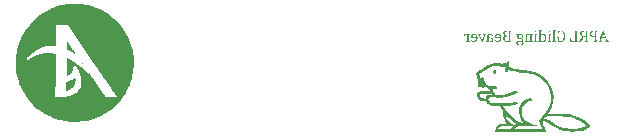
<source format=gbr>
%TF.GenerationSoftware,KiCad,Pcbnew,7.0.10*%
%TF.CreationDate,2024-05-30T01:56:09-07:00*%
%TF.ProjectId,APRL,4150524c-2e6b-4696-9361-645f70636258,rev?*%
%TF.SameCoordinates,Original*%
%TF.FileFunction,Legend,Bot*%
%TF.FilePolarity,Positive*%
%FSLAX46Y46*%
G04 Gerber Fmt 4.6, Leading zero omitted, Abs format (unit mm)*
G04 Created by KiCad (PCBNEW 7.0.10) date 2024-05-30 01:56:09*
%MOMM*%
%LPD*%
G01*
G04 APERTURE LIST*
%ADD10C,0.150000*%
G04 APERTURE END LIST*
D10*
G36*
X171873482Y-62641444D02*
G01*
X171875163Y-62645900D01*
X171880225Y-62658877D01*
X171885318Y-62671270D01*
X171890440Y-62683080D01*
X171895593Y-62694305D01*
X171900776Y-62704947D01*
X171905989Y-62715005D01*
X171911232Y-62724479D01*
X171916504Y-62733369D01*
X171921807Y-62741675D01*
X171928925Y-62751842D01*
X171932535Y-62756509D01*
X171939984Y-62765088D01*
X171947739Y-62772660D01*
X171955799Y-62779224D01*
X171964164Y-62784780D01*
X171972835Y-62789329D01*
X171984103Y-62793599D01*
X171995847Y-62796294D01*
X171995847Y-62830000D01*
X171702512Y-62830000D01*
X171702512Y-62796294D01*
X171705192Y-62795900D01*
X171715479Y-62794070D01*
X171727361Y-62791214D01*
X171738157Y-62787725D01*
X171747868Y-62783605D01*
X171758089Y-62777826D01*
X171766748Y-62771137D01*
X171768040Y-62769910D01*
X171774932Y-62761643D01*
X171780347Y-62751832D01*
X171783732Y-62742475D01*
X171786091Y-62732044D01*
X171787424Y-62720541D01*
X171787752Y-62710565D01*
X171787621Y-62703729D01*
X171786997Y-62693758D01*
X171785858Y-62683319D01*
X171784205Y-62672413D01*
X171782379Y-62662693D01*
X171781218Y-62657526D01*
X171778807Y-62647932D01*
X171775799Y-62637109D01*
X171772964Y-62627566D01*
X171769747Y-62617238D01*
X171766148Y-62606123D01*
X171762168Y-62594221D01*
X171758932Y-62584780D01*
X171735484Y-62517369D01*
X171415526Y-62517369D01*
X171389881Y-62606273D01*
X171386794Y-62616798D01*
X171383947Y-62627000D01*
X171381337Y-62636881D01*
X171378966Y-62646440D01*
X171376436Y-62657485D01*
X171374249Y-62668066D01*
X171372631Y-62676520D01*
X171371051Y-62686411D01*
X171369707Y-62697605D01*
X171368901Y-62708424D01*
X171368632Y-62718869D01*
X171368924Y-62727768D01*
X171370221Y-62738537D01*
X171372922Y-62749157D01*
X171376936Y-62758192D01*
X171378568Y-62760884D01*
X171385094Y-62769051D01*
X171393290Y-62775977D01*
X171402093Y-62781151D01*
X171411603Y-62785211D01*
X171421703Y-62788614D01*
X171431681Y-62791419D01*
X171442878Y-62794121D01*
X171453140Y-62796294D01*
X171453140Y-62830000D01*
X171136601Y-62830000D01*
X171136601Y-62796294D01*
X171147686Y-62793171D01*
X171157862Y-62789482D01*
X171167127Y-62785226D01*
X171176785Y-62779544D01*
X171185205Y-62773091D01*
X171192772Y-62765561D01*
X171199871Y-62756862D01*
X171205584Y-62748476D01*
X171210954Y-62739231D01*
X171215980Y-62729127D01*
X171220038Y-62719647D01*
X171224276Y-62708915D01*
X171227794Y-62699428D01*
X171231427Y-62689139D01*
X171235175Y-62678049D01*
X171239037Y-62666157D01*
X171242009Y-62656713D01*
X171245045Y-62646817D01*
X171303234Y-62454842D01*
X171429937Y-62454842D01*
X171716922Y-62454842D01*
X171560362Y-62011053D01*
X171429937Y-62454842D01*
X171303234Y-62454842D01*
X171478541Y-61876475D01*
X171587229Y-61876475D01*
X171873482Y-62641444D01*
G37*
G36*
X171045498Y-61925812D02*
G01*
X171041603Y-61926906D01*
X171030798Y-61930117D01*
X171019864Y-61933734D01*
X171010729Y-61937210D01*
X171000802Y-61941933D01*
X170993084Y-61946860D01*
X170985805Y-61953438D01*
X170979797Y-61961228D01*
X170977462Y-61965206D01*
X170973436Y-61974594D01*
X170970546Y-61984675D01*
X170968562Y-61994933D01*
X170967761Y-62000711D01*
X170966759Y-62010895D01*
X170966108Y-62020772D01*
X170965623Y-62031913D01*
X170965356Y-62041736D01*
X170965196Y-62052368D01*
X170965143Y-62063810D01*
X170965143Y-62658297D01*
X170965211Y-62670589D01*
X170965417Y-62682065D01*
X170965761Y-62692724D01*
X170966242Y-62702566D01*
X170967036Y-62713720D01*
X170968045Y-62723598D01*
X170969539Y-62733768D01*
X170969823Y-62735299D01*
X170972363Y-62745400D01*
X170976439Y-62755628D01*
X170981766Y-62764451D01*
X170988346Y-62771870D01*
X170989274Y-62772707D01*
X170997322Y-62778434D01*
X171006378Y-62783156D01*
X171015446Y-62786961D01*
X171025898Y-62790646D01*
X171035256Y-62793508D01*
X171045498Y-62796294D01*
X171045498Y-62830000D01*
X170743859Y-62830000D01*
X170743859Y-62796294D01*
X170753956Y-62793846D01*
X170764924Y-62790892D01*
X170774639Y-62787921D01*
X170784388Y-62784433D01*
X170793440Y-62780418D01*
X170795369Y-62779387D01*
X170804270Y-62773515D01*
X170811932Y-62766450D01*
X170818353Y-62758192D01*
X170823206Y-62749294D01*
X170826904Y-62740055D01*
X170830022Y-62729564D01*
X170832274Y-62719357D01*
X170832545Y-62717799D01*
X170833987Y-62707770D01*
X170835121Y-62696573D01*
X170835829Y-62686350D01*
X170836323Y-62675316D01*
X170836602Y-62663472D01*
X170836671Y-62653412D01*
X170836671Y-62420893D01*
X170825634Y-62421522D01*
X170813529Y-62422068D01*
X170803749Y-62422422D01*
X170793367Y-62422729D01*
X170782385Y-62422989D01*
X170770802Y-62423202D01*
X170758617Y-62423367D01*
X170745832Y-62423485D01*
X170732445Y-62423556D01*
X170718457Y-62423579D01*
X170709964Y-62423518D01*
X170697317Y-62423198D01*
X170684782Y-62422602D01*
X170672359Y-62421732D01*
X170660047Y-62420587D01*
X170647847Y-62419168D01*
X170635758Y-62417473D01*
X170623781Y-62415504D01*
X170611916Y-62413260D01*
X170600162Y-62410741D01*
X170588520Y-62407948D01*
X170580861Y-62405915D01*
X170569615Y-62402568D01*
X170558661Y-62398865D01*
X170548000Y-62394806D01*
X170537630Y-62390390D01*
X170527552Y-62385618D01*
X170517766Y-62380490D01*
X170508272Y-62375005D01*
X170499070Y-62369164D01*
X170490160Y-62362966D01*
X170481542Y-62356413D01*
X170475944Y-62351845D01*
X170467852Y-62344698D01*
X170460125Y-62337194D01*
X170452762Y-62329333D01*
X170445765Y-62321117D01*
X170439132Y-62312544D01*
X170432865Y-62303614D01*
X170426962Y-62294328D01*
X170421425Y-62284686D01*
X170416252Y-62274688D01*
X170411444Y-62264333D01*
X170408427Y-62257226D01*
X170404267Y-62246362D01*
X170400545Y-62235253D01*
X170397260Y-62223899D01*
X170394414Y-62212301D01*
X170392005Y-62200458D01*
X170390035Y-62188370D01*
X170388502Y-62176037D01*
X170387407Y-62163460D01*
X170386969Y-62154912D01*
X170524773Y-62154912D01*
X170524878Y-62164201D01*
X170525429Y-62177705D01*
X170526452Y-62190694D01*
X170527947Y-62203167D01*
X170529915Y-62215126D01*
X170532355Y-62226569D01*
X170535268Y-62237497D01*
X170538652Y-62247910D01*
X170542509Y-62257807D01*
X170546838Y-62267190D01*
X170551639Y-62276057D01*
X170555061Y-62281665D01*
X170562464Y-62292274D01*
X170570616Y-62302074D01*
X170579516Y-62311066D01*
X170589163Y-62319248D01*
X170599559Y-62326621D01*
X170610702Y-62333185D01*
X170619551Y-62337577D01*
X170628820Y-62341514D01*
X170635245Y-62343880D01*
X170645276Y-62347143D01*
X170655778Y-62350062D01*
X170666754Y-62352638D01*
X170678201Y-62354871D01*
X170690121Y-62356760D01*
X170702513Y-62358306D01*
X170715377Y-62359508D01*
X170728714Y-62360366D01*
X170742522Y-62360882D01*
X170756803Y-62361053D01*
X170836671Y-62361053D01*
X170836671Y-61957320D01*
X170825092Y-61956546D01*
X170814652Y-61956021D01*
X170803167Y-61955580D01*
X170790637Y-61955223D01*
X170780552Y-61955011D01*
X170769880Y-61954846D01*
X170758619Y-61954728D01*
X170746770Y-61954657D01*
X170734333Y-61954633D01*
X170723086Y-61954786D01*
X170712061Y-61955244D01*
X170701257Y-61956007D01*
X170690675Y-61957076D01*
X170680313Y-61958449D01*
X170670174Y-61960129D01*
X170660255Y-61962113D01*
X170650558Y-61964403D01*
X170645776Y-61965648D01*
X170634189Y-61969236D01*
X170623126Y-61973505D01*
X170612589Y-61978453D01*
X170602575Y-61984081D01*
X170593087Y-61990388D01*
X170584124Y-61997376D01*
X170577354Y-62003470D01*
X170569428Y-62011743D01*
X170562098Y-62020744D01*
X170555365Y-62030472D01*
X170549228Y-62040927D01*
X170544747Y-62049815D01*
X170540648Y-62059169D01*
X170537811Y-62066526D01*
X170534463Y-62076857D01*
X170531610Y-62087783D01*
X170529253Y-62099305D01*
X170527393Y-62111421D01*
X170526029Y-62124133D01*
X170525331Y-62134058D01*
X170524912Y-62144318D01*
X170524773Y-62154912D01*
X170386969Y-62154912D01*
X170386750Y-62150638D01*
X170386531Y-62137571D01*
X170386839Y-62122310D01*
X170387764Y-62107544D01*
X170389305Y-62093275D01*
X170391462Y-62079502D01*
X170394235Y-62066225D01*
X170397625Y-62053445D01*
X170401631Y-62041160D01*
X170406254Y-62029371D01*
X170411493Y-62018079D01*
X170417348Y-62007283D01*
X170423819Y-61996983D01*
X170430907Y-61987178D01*
X170438611Y-61977871D01*
X170446932Y-61969059D01*
X170455869Y-61960743D01*
X170465422Y-61952923D01*
X170475573Y-61945559D01*
X170486366Y-61938670D01*
X170497799Y-61932255D01*
X170509874Y-61926316D01*
X170522590Y-61920852D01*
X170535947Y-61915863D01*
X170549945Y-61911350D01*
X170564584Y-61907311D01*
X170579865Y-61903748D01*
X170595786Y-61900659D01*
X170612349Y-61898046D01*
X170629553Y-61895908D01*
X170647398Y-61894245D01*
X170665884Y-61893057D01*
X170685011Y-61892345D01*
X170694815Y-61892166D01*
X170704780Y-61892107D01*
X171045498Y-61892107D01*
X171045498Y-61925812D01*
G37*
G36*
X170251221Y-61925812D02*
G01*
X170247325Y-61926906D01*
X170236520Y-61930117D01*
X170225586Y-61933734D01*
X170216451Y-61937210D01*
X170206524Y-61941933D01*
X170198806Y-61946860D01*
X170191528Y-61953438D01*
X170185519Y-61961228D01*
X170183184Y-61965206D01*
X170179158Y-61974594D01*
X170176269Y-61984675D01*
X170174284Y-61994933D01*
X170173483Y-62000711D01*
X170172481Y-62010895D01*
X170171830Y-62020772D01*
X170171346Y-62031913D01*
X170171079Y-62041736D01*
X170170918Y-62052368D01*
X170170865Y-62063810D01*
X170170865Y-62658297D01*
X170170934Y-62670589D01*
X170171140Y-62682065D01*
X170171483Y-62692724D01*
X170171964Y-62702566D01*
X170172758Y-62713720D01*
X170173767Y-62723598D01*
X170175261Y-62733768D01*
X170175546Y-62735299D01*
X170178085Y-62745400D01*
X170182161Y-62755628D01*
X170187489Y-62764451D01*
X170194068Y-62771870D01*
X170194996Y-62772707D01*
X170203044Y-62778434D01*
X170212100Y-62783156D01*
X170221168Y-62786961D01*
X170231620Y-62790646D01*
X170240978Y-62793508D01*
X170251221Y-62796294D01*
X170251221Y-62830000D01*
X169961304Y-62830000D01*
X169961304Y-62796538D01*
X169965171Y-62795416D01*
X169975913Y-62792142D01*
X169986818Y-62788495D01*
X169997133Y-62784557D01*
X170006001Y-62780418D01*
X170012137Y-62776510D01*
X170020083Y-62769733D01*
X170026517Y-62761856D01*
X170028794Y-62758006D01*
X170032811Y-62748732D01*
X170035814Y-62738592D01*
X170037997Y-62728150D01*
X170038855Y-62722170D01*
X170039929Y-62711611D01*
X170040626Y-62701356D01*
X170041145Y-62689777D01*
X170041431Y-62679561D01*
X170041603Y-62668498D01*
X170041660Y-62656587D01*
X170041660Y-62423579D01*
X169965945Y-62423579D01*
X169957839Y-62423640D01*
X169946654Y-62423961D01*
X169936636Y-62424556D01*
X169926424Y-62425598D01*
X169915631Y-62427487D01*
X169912490Y-62428230D01*
X169902301Y-62431512D01*
X169892541Y-62436034D01*
X169884124Y-62441165D01*
X169879402Y-62444582D01*
X169871575Y-62451562D01*
X169864451Y-62459197D01*
X169858140Y-62466876D01*
X169851639Y-62475603D01*
X169850531Y-62477172D01*
X169844701Y-62485824D01*
X169838395Y-62495824D01*
X169833006Y-62504794D01*
X169827312Y-62514627D01*
X169821313Y-62525322D01*
X169816613Y-62533909D01*
X169811742Y-62542982D01*
X169806699Y-62552540D01*
X169746127Y-62666845D01*
X169740494Y-62677630D01*
X169734830Y-62688369D01*
X169729136Y-62699062D01*
X169723412Y-62709710D01*
X169717657Y-62720312D01*
X169711871Y-62730867D01*
X169706055Y-62741378D01*
X169700209Y-62751842D01*
X169694309Y-62762199D01*
X169688333Y-62772389D01*
X169682280Y-62782410D01*
X169676151Y-62792264D01*
X169669946Y-62801950D01*
X169663664Y-62811468D01*
X169657306Y-62820817D01*
X169650872Y-62830000D01*
X169460362Y-62830000D01*
X169460362Y-62796294D01*
X169464433Y-62795560D01*
X169474169Y-62793451D01*
X169485016Y-62790399D01*
X169494954Y-62786782D01*
X169503981Y-62782597D01*
X169513363Y-62776999D01*
X169515864Y-62775240D01*
X169524571Y-62768320D01*
X169531978Y-62761439D01*
X169539334Y-62753682D01*
X169546639Y-62745050D01*
X169552686Y-62737187D01*
X169558830Y-62728448D01*
X169565356Y-62718564D01*
X169570852Y-62709832D01*
X169576591Y-62700368D01*
X169582575Y-62690170D01*
X169588804Y-62679241D01*
X169593635Y-62670562D01*
X169598604Y-62661472D01*
X169660397Y-62548876D01*
X169667165Y-62536548D01*
X169673821Y-62524842D01*
X169680366Y-62513759D01*
X169686798Y-62503298D01*
X169693120Y-62493460D01*
X169699329Y-62484244D01*
X169705427Y-62475651D01*
X169711413Y-62467681D01*
X169719222Y-62458021D01*
X169726831Y-62449469D01*
X169734468Y-62441703D01*
X169742478Y-62434402D01*
X169750863Y-62427567D01*
X169759621Y-62421198D01*
X169768753Y-62415294D01*
X169778260Y-62409856D01*
X169788140Y-62404883D01*
X169798394Y-62400376D01*
X169798394Y-62394515D01*
X169785652Y-62389762D01*
X169773314Y-62384787D01*
X169761380Y-62379588D01*
X169749851Y-62374166D01*
X169738727Y-62368521D01*
X169728007Y-62362652D01*
X169717691Y-62356561D01*
X169707780Y-62350245D01*
X169698274Y-62343707D01*
X169689172Y-62336946D01*
X169680475Y-62329961D01*
X169672182Y-62322753D01*
X169664294Y-62315322D01*
X169656810Y-62307667D01*
X169649731Y-62299789D01*
X169643056Y-62291688D01*
X169636756Y-62283335D01*
X169630863Y-62274763D01*
X169625376Y-62265971D01*
X169620296Y-62256960D01*
X169615622Y-62247729D01*
X169611354Y-62238279D01*
X169607493Y-62228610D01*
X169604038Y-62218721D01*
X169600990Y-62208612D01*
X169598348Y-62198284D01*
X169596113Y-62187737D01*
X169594284Y-62176970D01*
X169592861Y-62165984D01*
X169591845Y-62154779D01*
X169591579Y-62149783D01*
X169729030Y-62149783D01*
X169729048Y-62153626D01*
X169729327Y-62164930D01*
X169729941Y-62175894D01*
X169730890Y-62186520D01*
X169732174Y-62196806D01*
X169733792Y-62206753D01*
X169736471Y-62219488D01*
X169739746Y-62231620D01*
X169743615Y-62243149D01*
X169748080Y-62254075D01*
X169752984Y-62264406D01*
X169758293Y-62274149D01*
X169764006Y-62283304D01*
X169770123Y-62291871D01*
X169776645Y-62299851D01*
X169783572Y-62307243D01*
X169790903Y-62314048D01*
X169798639Y-62320265D01*
X169802599Y-62323167D01*
X169812692Y-62329905D01*
X169823059Y-62335904D01*
X169833701Y-62341163D01*
X169844616Y-62345683D01*
X169855807Y-62349464D01*
X169867271Y-62352505D01*
X169876850Y-62354508D01*
X169887146Y-62356245D01*
X169898160Y-62357714D01*
X169909891Y-62358916D01*
X169922340Y-62359851D01*
X169932147Y-62360377D01*
X169942358Y-62360753D01*
X169952973Y-62360978D01*
X169963991Y-62361053D01*
X170041660Y-62361053D01*
X170041660Y-61957320D01*
X170031650Y-61956690D01*
X170020915Y-61956144D01*
X170009455Y-61955683D01*
X169997269Y-61955305D01*
X169984359Y-61955011D01*
X169974200Y-61954846D01*
X169963633Y-61954728D01*
X169952659Y-61954657D01*
X169941277Y-61954633D01*
X169936499Y-61954655D01*
X169922539Y-61954984D01*
X169909136Y-61955708D01*
X169896292Y-61956828D01*
X169884006Y-61958342D01*
X169872278Y-61960251D01*
X169861108Y-61962555D01*
X169850496Y-61965254D01*
X169840443Y-61968348D01*
X169830947Y-61971837D01*
X169819155Y-61977103D01*
X169808160Y-61983038D01*
X169797891Y-61989606D01*
X169788346Y-61996807D01*
X169779527Y-62004642D01*
X169771432Y-62013110D01*
X169764063Y-62022212D01*
X169757419Y-62031947D01*
X169751500Y-62042316D01*
X169747484Y-62050524D01*
X169742744Y-62062068D01*
X169738707Y-62074299D01*
X169736139Y-62083923D01*
X169733967Y-62093934D01*
X169732189Y-62104331D01*
X169730807Y-62115115D01*
X169729819Y-62126284D01*
X169729227Y-62137841D01*
X169729030Y-62149783D01*
X169591579Y-62149783D01*
X169591236Y-62143354D01*
X169591032Y-62131709D01*
X169591343Y-62116604D01*
X169592276Y-62102003D01*
X169593832Y-62087906D01*
X169596009Y-62074312D01*
X169598808Y-62061222D01*
X169602229Y-62048636D01*
X169606273Y-62036554D01*
X169610938Y-62024975D01*
X169616226Y-62013900D01*
X169622135Y-62003329D01*
X169628667Y-61993262D01*
X169635820Y-61983698D01*
X169643596Y-61974638D01*
X169651994Y-61966082D01*
X169661014Y-61958030D01*
X169670655Y-61950481D01*
X169680925Y-61943412D01*
X169691828Y-61936800D01*
X169703365Y-61930643D01*
X169715535Y-61924942D01*
X169728339Y-61919698D01*
X169741776Y-61914909D01*
X169755847Y-61910577D01*
X169770551Y-61906700D01*
X169785888Y-61903280D01*
X169801860Y-61900316D01*
X169818464Y-61897808D01*
X169835703Y-61895755D01*
X169853574Y-61894159D01*
X169872079Y-61893019D01*
X169891218Y-61892335D01*
X169901025Y-61892164D01*
X169910990Y-61892107D01*
X170251221Y-61892107D01*
X170251221Y-61925812D01*
G37*
G36*
X169172889Y-62767473D02*
G01*
X168992882Y-62767473D01*
X168982143Y-62767353D01*
X168972090Y-62766992D01*
X168961231Y-62766268D01*
X168951307Y-62765216D01*
X168943545Y-62764054D01*
X168933897Y-62761993D01*
X168923919Y-62759127D01*
X168913921Y-62755263D01*
X168909351Y-62753063D01*
X168900783Y-62747806D01*
X168892788Y-62741500D01*
X168885365Y-62734144D01*
X168883949Y-62732547D01*
X168877707Y-62724509D01*
X168872288Y-62716327D01*
X168866991Y-62707168D01*
X168862456Y-62698353D01*
X168857920Y-62688542D01*
X168854124Y-62679314D01*
X168850415Y-62669331D01*
X168846791Y-62658592D01*
X168843837Y-62649065D01*
X168842672Y-62645108D01*
X168839664Y-62634251D01*
X168837104Y-62624442D01*
X168834406Y-62613632D01*
X168831570Y-62601823D01*
X168828597Y-62589013D01*
X168826277Y-62578750D01*
X168823880Y-62567924D01*
X168821406Y-62556536D01*
X168819713Y-62548632D01*
X168750348Y-62548632D01*
X168764026Y-62830000D01*
X169381716Y-62830000D01*
X169381716Y-62796294D01*
X169371473Y-62793508D01*
X169362116Y-62790646D01*
X169351664Y-62786961D01*
X169342595Y-62783156D01*
X169333539Y-62778434D01*
X169325492Y-62772707D01*
X169324563Y-62771870D01*
X169317984Y-62764451D01*
X169312657Y-62755628D01*
X169308581Y-62745400D01*
X169306041Y-62735299D01*
X169305757Y-62733768D01*
X169304263Y-62723598D01*
X169303254Y-62713720D01*
X169302459Y-62702566D01*
X169301979Y-62692724D01*
X169301635Y-62682065D01*
X169301429Y-62670589D01*
X169301360Y-62658297D01*
X169301360Y-62063810D01*
X169301414Y-62052368D01*
X169301574Y-62041736D01*
X169301841Y-62031913D01*
X169302325Y-62020772D01*
X169302976Y-62010895D01*
X169303978Y-62000711D01*
X169304780Y-61994933D01*
X169306764Y-61984675D01*
X169309654Y-61974594D01*
X169313680Y-61965206D01*
X169316015Y-61961228D01*
X169322023Y-61953438D01*
X169329301Y-61946860D01*
X169337020Y-61941933D01*
X169346947Y-61937210D01*
X169356081Y-61933734D01*
X169367016Y-61930117D01*
X169377821Y-61926906D01*
X169381716Y-61925812D01*
X169381716Y-61892107D01*
X169092533Y-61892107D01*
X169092533Y-61926057D01*
X169103189Y-61929111D01*
X169112625Y-61932044D01*
X169122094Y-61935315D01*
X169131829Y-61939280D01*
X169135275Y-61940956D01*
X169144182Y-61946371D01*
X169151853Y-61953091D01*
X169156280Y-61958297D01*
X169161499Y-61967238D01*
X169165038Y-61976615D01*
X169167634Y-61986507D01*
X169168736Y-61992002D01*
X169170354Y-62003226D01*
X169171425Y-62014892D01*
X169172094Y-62026057D01*
X169172483Y-62035934D01*
X169172743Y-62046650D01*
X169172872Y-62058205D01*
X169172889Y-62064298D01*
X169172889Y-62767473D01*
G37*
G36*
X167665177Y-62830976D02*
G01*
X167718667Y-62845631D01*
X167768981Y-62790188D01*
X167777398Y-62795369D01*
X167785888Y-62800289D01*
X167797321Y-62806441D01*
X167808885Y-62812127D01*
X167820578Y-62817348D01*
X167832401Y-62822103D01*
X167844353Y-62826392D01*
X167856436Y-62830216D01*
X167862526Y-62831953D01*
X167874906Y-62835159D01*
X167884491Y-62837283D01*
X167894334Y-62839166D01*
X167904435Y-62840809D01*
X167914794Y-62842212D01*
X167925410Y-62843374D01*
X167936283Y-62844295D01*
X167947414Y-62844977D01*
X167958803Y-62845417D01*
X167970450Y-62845618D01*
X167974389Y-62845631D01*
X167985159Y-62845513D01*
X167995761Y-62845161D01*
X168006196Y-62844573D01*
X168016464Y-62843750D01*
X168026564Y-62842691D01*
X168036496Y-62841398D01*
X168046261Y-62839869D01*
X168065289Y-62836106D01*
X168083648Y-62831403D01*
X168101336Y-62825758D01*
X168118355Y-62819173D01*
X168134704Y-62811648D01*
X168150383Y-62803181D01*
X168165393Y-62793774D01*
X168179732Y-62783426D01*
X168193402Y-62772138D01*
X168206403Y-62759908D01*
X168218733Y-62746738D01*
X168230394Y-62732627D01*
X168235973Y-62725219D01*
X168246620Y-62709712D01*
X168256581Y-62693292D01*
X168265855Y-62675960D01*
X168270234Y-62666953D01*
X168274441Y-62657717D01*
X168278477Y-62648253D01*
X168282341Y-62638561D01*
X168286033Y-62628641D01*
X168289554Y-62618493D01*
X168292903Y-62608117D01*
X168296080Y-62597513D01*
X168299085Y-62586681D01*
X168301919Y-62575621D01*
X168304580Y-62564332D01*
X168307071Y-62552816D01*
X168309389Y-62541072D01*
X168311536Y-62529100D01*
X168313511Y-62516900D01*
X168315314Y-62504471D01*
X168316945Y-62491815D01*
X168318405Y-62478931D01*
X168319693Y-62465819D01*
X168320809Y-62452478D01*
X168321754Y-62438910D01*
X168322527Y-62425114D01*
X168323128Y-62411089D01*
X168323557Y-62396837D01*
X168323815Y-62382356D01*
X168323900Y-62367648D01*
X168323713Y-62349318D01*
X168323152Y-62331271D01*
X168322217Y-62313506D01*
X168320908Y-62296024D01*
X168319225Y-62278824D01*
X168317168Y-62261906D01*
X168314737Y-62245271D01*
X168311933Y-62228918D01*
X168308754Y-62212847D01*
X168305201Y-62197059D01*
X168301274Y-62181554D01*
X168296973Y-62166331D01*
X168292298Y-62151390D01*
X168287249Y-62136731D01*
X168281826Y-62122355D01*
X168276029Y-62108262D01*
X168269851Y-62094482D01*
X168263347Y-62081109D01*
X168256517Y-62068142D01*
X168249361Y-62055582D01*
X168241878Y-62043428D01*
X168234069Y-62031680D01*
X168225933Y-62020339D01*
X168217472Y-62009405D01*
X168208684Y-61998876D01*
X168199569Y-61988755D01*
X168190129Y-61979039D01*
X168180362Y-61969730D01*
X168170269Y-61960828D01*
X168159849Y-61952332D01*
X168149104Y-61944242D01*
X168138032Y-61936559D01*
X168126643Y-61929283D01*
X168115008Y-61922477D01*
X168103127Y-61916140D01*
X168091000Y-61910273D01*
X168078626Y-61904874D01*
X168066007Y-61899946D01*
X168053141Y-61895486D01*
X168040029Y-61891496D01*
X168026671Y-61887976D01*
X168013067Y-61884925D01*
X167999217Y-61882343D01*
X167985120Y-61880231D01*
X167970778Y-61878588D01*
X167956189Y-61877414D01*
X167941354Y-61876710D01*
X167926273Y-61876475D01*
X167914320Y-61876540D01*
X167902457Y-61876733D01*
X167890683Y-61877055D01*
X167879001Y-61877506D01*
X167867408Y-61878085D01*
X167855905Y-61878794D01*
X167844493Y-61879631D01*
X167833171Y-61880597D01*
X167821939Y-61881692D01*
X167810797Y-61882915D01*
X167803419Y-61883803D01*
X167792220Y-61885223D01*
X167780790Y-61886828D01*
X167769128Y-61888618D01*
X167757234Y-61890592D01*
X167745108Y-61892751D01*
X167732751Y-61895094D01*
X167720161Y-61897622D01*
X167707340Y-61900335D01*
X167694287Y-61903232D01*
X167681002Y-61906314D01*
X167672016Y-61908471D01*
X167672016Y-62095317D01*
X167740160Y-62095317D01*
X167743701Y-62084283D01*
X167747361Y-62073713D01*
X167751142Y-62063606D01*
X167755044Y-62053964D01*
X167759065Y-62044785D01*
X167764614Y-62033267D01*
X167770376Y-62022574D01*
X167776353Y-62012705D01*
X167782543Y-62003660D01*
X167784124Y-62001528D01*
X167790630Y-61993403D01*
X167797450Y-61985881D01*
X167804583Y-61978962D01*
X167813939Y-61971161D01*
X167823784Y-61964303D01*
X167834117Y-61958386D01*
X167844940Y-61953412D01*
X167856402Y-61949261D01*
X167866250Y-61946446D01*
X167876701Y-61944082D01*
X167887755Y-61942168D01*
X167899412Y-61940704D01*
X167911672Y-61939691D01*
X167924534Y-61939128D01*
X167934577Y-61939002D01*
X167948430Y-61939427D01*
X167961960Y-61940702D01*
X167975169Y-61942827D01*
X167988055Y-61945802D01*
X168000619Y-61949628D01*
X168012862Y-61954303D01*
X168024782Y-61959829D01*
X168036381Y-61966204D01*
X168047657Y-61973430D01*
X168058612Y-61981506D01*
X168065736Y-61987362D01*
X168076050Y-61996835D01*
X168085926Y-62007120D01*
X168095364Y-62018216D01*
X168101413Y-62026064D01*
X168107267Y-62034273D01*
X168112927Y-62042842D01*
X168118392Y-62051772D01*
X168123662Y-62061063D01*
X168128737Y-62070715D01*
X168133619Y-62080727D01*
X168138305Y-62091099D01*
X168142797Y-62101833D01*
X168147094Y-62112927D01*
X168151196Y-62124381D01*
X168153175Y-62130244D01*
X168156960Y-62142181D01*
X168160502Y-62154424D01*
X168163799Y-62166972D01*
X168166852Y-62179825D01*
X168169661Y-62192984D01*
X168172226Y-62206448D01*
X168174546Y-62220217D01*
X168176622Y-62234291D01*
X168178454Y-62248671D01*
X168180041Y-62263356D01*
X168181385Y-62278346D01*
X168182484Y-62293642D01*
X168183339Y-62309243D01*
X168183949Y-62325150D01*
X168184316Y-62341361D01*
X168184438Y-62357878D01*
X168184335Y-62374669D01*
X168184026Y-62391152D01*
X168183510Y-62407329D01*
X168182789Y-62423198D01*
X168181862Y-62438760D01*
X168180728Y-62454014D01*
X168179389Y-62468962D01*
X168177843Y-62483602D01*
X168176092Y-62497935D01*
X168174134Y-62511961D01*
X168171970Y-62525680D01*
X168169600Y-62539091D01*
X168167024Y-62552195D01*
X168164242Y-62564992D01*
X168161254Y-62577482D01*
X168158060Y-62589665D01*
X168154661Y-62601479D01*
X168151060Y-62612925D01*
X168147257Y-62624003D01*
X168143252Y-62634712D01*
X168139045Y-62645053D01*
X168134635Y-62655026D01*
X168130023Y-62664631D01*
X168125209Y-62673867D01*
X168120192Y-62682735D01*
X168114974Y-62691235D01*
X168109553Y-62699367D01*
X168101042Y-62710874D01*
X168092076Y-62721552D01*
X168082655Y-62731401D01*
X168079413Y-62734501D01*
X168069403Y-62743187D01*
X168058971Y-62751018D01*
X168048119Y-62757996D01*
X168036846Y-62764119D01*
X168025153Y-62769387D01*
X168013038Y-62773802D01*
X168000503Y-62777362D01*
X167987547Y-62780067D01*
X167974171Y-62781918D01*
X167960374Y-62782915D01*
X167950942Y-62783105D01*
X167940970Y-62782967D01*
X167926627Y-62782246D01*
X167913023Y-62780907D01*
X167900157Y-62778949D01*
X167888030Y-62776373D01*
X167876641Y-62773179D01*
X167865991Y-62769366D01*
X167856079Y-62764935D01*
X167846906Y-62759887D01*
X167838471Y-62754219D01*
X167830774Y-62747934D01*
X167823790Y-62740959D01*
X167817493Y-62733314D01*
X167811883Y-62724999D01*
X167806960Y-62716014D01*
X167802724Y-62706360D01*
X167799175Y-62696036D01*
X167796313Y-62685042D01*
X167794138Y-62673379D01*
X167792649Y-62661045D01*
X167791848Y-62648042D01*
X167791695Y-62639002D01*
X167791695Y-62597969D01*
X167791753Y-62586685D01*
X167791927Y-62576007D01*
X167792217Y-62565934D01*
X167792784Y-62553445D01*
X167793556Y-62542033D01*
X167794535Y-62531696D01*
X167796049Y-62520289D01*
X167797884Y-62510563D01*
X167798290Y-62508820D01*
X167801032Y-62498917D01*
X167805142Y-62488492D01*
X167810235Y-62479282D01*
X167816309Y-62471288D01*
X167821249Y-62466322D01*
X167829436Y-62459966D01*
X167838092Y-62454945D01*
X167848258Y-62450320D01*
X167857885Y-62446767D01*
X167868561Y-62443489D01*
X167875471Y-62441653D01*
X167875471Y-62407948D01*
X167597766Y-62407948D01*
X167597766Y-62438478D01*
X167608070Y-62442228D01*
X167617181Y-62446212D01*
X167626134Y-62451051D01*
X167634345Y-62456860D01*
X167635136Y-62457529D01*
X167642220Y-62464771D01*
X167648206Y-62473061D01*
X167653096Y-62482402D01*
X167653942Y-62484396D01*
X167657205Y-62493925D01*
X167659587Y-62503401D01*
X167661479Y-62513823D01*
X167662735Y-62523719D01*
X167663687Y-62534817D01*
X167664316Y-62545837D01*
X167664710Y-62556082D01*
X167664984Y-62567294D01*
X167665139Y-62579471D01*
X167665177Y-62589909D01*
X167665177Y-62830976D01*
G37*
G36*
X167300767Y-62658053D02*
G01*
X167300720Y-62668819D01*
X167300578Y-62678955D01*
X167300242Y-62691488D01*
X167299739Y-62702899D01*
X167299067Y-62713187D01*
X167297991Y-62724471D01*
X167296354Y-62735696D01*
X167295394Y-62740362D01*
X167292469Y-62749881D01*
X167287981Y-62759471D01*
X167282271Y-62767688D01*
X167274389Y-62775289D01*
X167265459Y-62781090D01*
X167255616Y-62785865D01*
X167245673Y-62789735D01*
X167236324Y-62792802D01*
X167226009Y-62795726D01*
X167223831Y-62796294D01*
X167223831Y-62830000D01*
X167496650Y-62830000D01*
X167496650Y-62796050D01*
X167486401Y-62793214D01*
X167475456Y-62789779D01*
X167465987Y-62786310D01*
X167456808Y-62782219D01*
X167448778Y-62777487D01*
X167441146Y-62771023D01*
X167434513Y-62763087D01*
X167429727Y-62754284D01*
X167426398Y-62744805D01*
X167423972Y-62734684D01*
X167422270Y-62724422D01*
X167421423Y-62717404D01*
X167420471Y-62706574D01*
X167419842Y-62696213D01*
X167419384Y-62684856D01*
X167419133Y-62674631D01*
X167419002Y-62663714D01*
X167418981Y-62656831D01*
X167418981Y-62076755D01*
X167418989Y-62064609D01*
X167419015Y-62053176D01*
X167419058Y-62042455D01*
X167419118Y-62032447D01*
X167419225Y-62020212D01*
X167419362Y-62009244D01*
X167419577Y-61997316D01*
X167419839Y-61987367D01*
X167419958Y-61983942D01*
X167420560Y-61972787D01*
X167421514Y-61962404D01*
X167423033Y-61951482D01*
X167425009Y-61941567D01*
X167425575Y-61939246D01*
X167428338Y-61929461D01*
X167432087Y-61920130D01*
X167437531Y-61911074D01*
X167438032Y-61910425D01*
X167444683Y-61903167D01*
X167452915Y-61897144D01*
X167459281Y-61893817D01*
X167468438Y-61890264D01*
X167477965Y-61887527D01*
X167487806Y-61885200D01*
X167499192Y-61882891D01*
X167507641Y-61881360D01*
X167507641Y-61845212D01*
X167342044Y-61845212D01*
X167300767Y-61845212D01*
X167300767Y-62658053D01*
G37*
G36*
X166907780Y-61907739D02*
G01*
X166907780Y-62040607D01*
X167034054Y-62040607D01*
X167034054Y-61907739D01*
X166907780Y-61907739D01*
G37*
G36*
X167104152Y-62796294D02*
G01*
X167094626Y-62793257D01*
X167084902Y-62789910D01*
X167075621Y-62786341D01*
X167066050Y-62781884D01*
X167057486Y-62776116D01*
X167050050Y-62768737D01*
X167046999Y-62764787D01*
X167041890Y-62755845D01*
X167038355Y-62746468D01*
X167035699Y-62736577D01*
X167034542Y-62731081D01*
X167032734Y-62719940D01*
X167031538Y-62708474D01*
X167030790Y-62697567D01*
X167030269Y-62685433D01*
X167030015Y-62674841D01*
X167029906Y-62663462D01*
X167029902Y-62660495D01*
X167029902Y-62361053D01*
X167029925Y-62350329D01*
X167029993Y-62340140D01*
X167030144Y-62328154D01*
X167030365Y-62317004D01*
X167030659Y-62306688D01*
X167031105Y-62295411D01*
X167031367Y-62290223D01*
X167032336Y-62278983D01*
X167033959Y-62268771D01*
X167036615Y-62258361D01*
X167040625Y-62248254D01*
X167041137Y-62247236D01*
X167046366Y-62238825D01*
X167053808Y-62231021D01*
X167061974Y-62225384D01*
X167066050Y-62223300D01*
X167075362Y-62219530D01*
X167084962Y-62216456D01*
X167095918Y-62213593D01*
X167106388Y-62211306D01*
X167113921Y-62209867D01*
X167113921Y-62173475D01*
X166953698Y-62173475D01*
X166911933Y-62173475D01*
X166911933Y-62659518D01*
X166911885Y-62670193D01*
X166911744Y-62680238D01*
X166911408Y-62692648D01*
X166910904Y-62703937D01*
X166910232Y-62714103D01*
X166909157Y-62725234D01*
X166907519Y-62736276D01*
X166906559Y-62740851D01*
X166903634Y-62750274D01*
X166899146Y-62759784D01*
X166893437Y-62767951D01*
X166885554Y-62775533D01*
X166876533Y-62781319D01*
X166866660Y-62786056D01*
X166856728Y-62789874D01*
X166847415Y-62792885D01*
X166837160Y-62795741D01*
X166834996Y-62796294D01*
X166834996Y-62830000D01*
X167104152Y-62830000D01*
X167104152Y-62796294D01*
G37*
G36*
X166340404Y-61881360D02*
G01*
X166331951Y-61882948D01*
X166320545Y-61885329D01*
X166310668Y-61887711D01*
X166301076Y-61890489D01*
X166291800Y-61894061D01*
X166285434Y-61897389D01*
X166277203Y-61903411D01*
X166270551Y-61910669D01*
X166269587Y-61912014D01*
X166264765Y-61920533D01*
X166261082Y-61929931D01*
X166258339Y-61939734D01*
X166257773Y-61942057D01*
X166255796Y-61951994D01*
X166254277Y-61962970D01*
X166253324Y-61973425D01*
X166252721Y-61984675D01*
X166252603Y-61988131D01*
X166252340Y-61998156D01*
X166252126Y-62010160D01*
X166251988Y-62021189D01*
X166251881Y-62033485D01*
X166251821Y-62043539D01*
X166251778Y-62054305D01*
X166251753Y-62065784D01*
X166251744Y-62077976D01*
X166251744Y-62188618D01*
X166256621Y-62186609D01*
X166266330Y-62182807D01*
X166275978Y-62179296D01*
X166285564Y-62176076D01*
X166295090Y-62173145D01*
X166304554Y-62170504D01*
X166316299Y-62167611D01*
X166327948Y-62165170D01*
X166337355Y-62163453D01*
X166347014Y-62161965D01*
X166356925Y-62160705D01*
X166367088Y-62159675D01*
X166377502Y-62158874D01*
X166388169Y-62158301D01*
X166399087Y-62157958D01*
X166410258Y-62157843D01*
X166415523Y-62157881D01*
X166425955Y-62158187D01*
X166436255Y-62158797D01*
X166446424Y-62159713D01*
X166456460Y-62160934D01*
X166466366Y-62162461D01*
X166476139Y-62164293D01*
X166485781Y-62166430D01*
X166495291Y-62168872D01*
X166509310Y-62173108D01*
X166523032Y-62178031D01*
X166536458Y-62183641D01*
X166549588Y-62189938D01*
X166562421Y-62196922D01*
X166570770Y-62201936D01*
X166582889Y-62210054D01*
X166594524Y-62218889D01*
X166602010Y-62225177D01*
X166609281Y-62231784D01*
X166616337Y-62238710D01*
X166623176Y-62245954D01*
X166629801Y-62253517D01*
X166636209Y-62261398D01*
X166642402Y-62269599D01*
X166648379Y-62278118D01*
X166654141Y-62286955D01*
X166659687Y-62296111D01*
X166665017Y-62305586D01*
X166670132Y-62315380D01*
X166674953Y-62325467D01*
X166679463Y-62335824D01*
X166683662Y-62346449D01*
X166687550Y-62357344D01*
X166691126Y-62368507D01*
X166694392Y-62379940D01*
X166697347Y-62391642D01*
X166699991Y-62403613D01*
X166702323Y-62415852D01*
X166704345Y-62428361D01*
X166706056Y-62441139D01*
X166707455Y-62454186D01*
X166708544Y-62467502D01*
X166709322Y-62481087D01*
X166709788Y-62494941D01*
X166709944Y-62509064D01*
X166709884Y-62519202D01*
X166709705Y-62529190D01*
X166708990Y-62548716D01*
X166707797Y-62567643D01*
X166706127Y-62585970D01*
X166703981Y-62603699D01*
X166701357Y-62620828D01*
X166698256Y-62637359D01*
X166694678Y-62653290D01*
X166690624Y-62668622D01*
X166686092Y-62683355D01*
X166681083Y-62697488D01*
X166675597Y-62711023D01*
X166669634Y-62723958D01*
X166663194Y-62736294D01*
X166656277Y-62748031D01*
X166648883Y-62759169D01*
X166641019Y-62769639D01*
X166632755Y-62779434D01*
X166624090Y-62788553D01*
X166615025Y-62796996D01*
X166605558Y-62804764D01*
X166595691Y-62811857D01*
X166585424Y-62818274D01*
X166574755Y-62824016D01*
X166563686Y-62829082D01*
X166552216Y-62833472D01*
X166540346Y-62837187D01*
X166528074Y-62840227D01*
X166515402Y-62842591D01*
X166502330Y-62844280D01*
X166488856Y-62845293D01*
X166474982Y-62845631D01*
X166472407Y-62845618D01*
X166462214Y-62845297D01*
X166452189Y-62844549D01*
X166442331Y-62843374D01*
X166432642Y-62841771D01*
X166420766Y-62839166D01*
X166409152Y-62835894D01*
X166397801Y-62831953D01*
X166391060Y-62829309D01*
X166379987Y-62824550D01*
X166369116Y-62819349D01*
X166358449Y-62813707D01*
X166347984Y-62807623D01*
X166337721Y-62801099D01*
X166329658Y-62795561D01*
X166327647Y-62794104D01*
X166319385Y-62787826D01*
X166310771Y-62780831D01*
X166301807Y-62773118D01*
X166292491Y-62764688D01*
X166285274Y-62757894D01*
X166277859Y-62750697D01*
X166270247Y-62743097D01*
X166262438Y-62735093D01*
X166254431Y-62726685D01*
X166244173Y-62729127D01*
X166252477Y-62830000D01*
X166211200Y-62830000D01*
X166049023Y-62830000D01*
X166049023Y-62794096D01*
X166051321Y-62793622D01*
X166062163Y-62791222D01*
X166071920Y-62788775D01*
X166082195Y-62785775D01*
X166092208Y-62782189D01*
X166101046Y-62777976D01*
X166109442Y-62772132D01*
X166116914Y-62764547D01*
X166122540Y-62755750D01*
X166125310Y-62749226D01*
X166128218Y-62739569D01*
X166130187Y-62729784D01*
X166131577Y-62718869D01*
X166131697Y-62717404D01*
X166132338Y-62707352D01*
X166132767Y-62697322D01*
X166133101Y-62685790D01*
X166133300Y-62675482D01*
X166133437Y-62664213D01*
X166133513Y-62651981D01*
X166133531Y-62642177D01*
X166133531Y-62579406D01*
X166251744Y-62579406D01*
X166251749Y-62581546D01*
X166251916Y-62591874D01*
X166252431Y-62603449D01*
X166253290Y-62614131D01*
X166254726Y-62625464D01*
X166256629Y-62635582D01*
X166258881Y-62644763D01*
X166261999Y-62654713D01*
X166265697Y-62664082D01*
X166270551Y-62673928D01*
X166273039Y-62678191D01*
X166279023Y-62687014D01*
X166285361Y-62695060D01*
X166292727Y-62703410D01*
X166299860Y-62710809D01*
X166306030Y-62716789D01*
X166313403Y-62723429D01*
X166321962Y-62730438D01*
X166330474Y-62736652D01*
X166338939Y-62742072D01*
X166348632Y-62747308D01*
X166358417Y-62751781D01*
X166368294Y-62755490D01*
X166378262Y-62758436D01*
X166386050Y-62760179D01*
X166396069Y-62761757D01*
X166407094Y-62762844D01*
X166417344Y-62763385D01*
X166428332Y-62763565D01*
X166437796Y-62763293D01*
X166451420Y-62761860D01*
X166464357Y-62759200D01*
X166476608Y-62755311D01*
X166488171Y-62750195D01*
X166499048Y-62743851D01*
X166509237Y-62736279D01*
X166518740Y-62727479D01*
X166527555Y-62717451D01*
X166535684Y-62706196D01*
X166543126Y-62693712D01*
X166547681Y-62684729D01*
X166551941Y-62675245D01*
X166555908Y-62665259D01*
X166559582Y-62654771D01*
X166562961Y-62643781D01*
X166566046Y-62632289D01*
X166568838Y-62620295D01*
X166571336Y-62607800D01*
X166573540Y-62594802D01*
X166575450Y-62581303D01*
X166577066Y-62567302D01*
X166578388Y-62552799D01*
X166579417Y-62537794D01*
X166580151Y-62522288D01*
X166580592Y-62506279D01*
X166580739Y-62489769D01*
X166580560Y-62473252D01*
X166580022Y-62457224D01*
X166579125Y-62441684D01*
X166577869Y-62426632D01*
X166576255Y-62412069D01*
X166574282Y-62397995D01*
X166571950Y-62384409D01*
X166569260Y-62371311D01*
X166566211Y-62358702D01*
X166562803Y-62346582D01*
X166559036Y-62334950D01*
X166554911Y-62323806D01*
X166550426Y-62313151D01*
X166545584Y-62302984D01*
X166540382Y-62293306D01*
X166534822Y-62284117D01*
X166531896Y-62279714D01*
X166525799Y-62271328D01*
X166519376Y-62263500D01*
X166512627Y-62256232D01*
X166501892Y-62246378D01*
X166490422Y-62237782D01*
X166478218Y-62230444D01*
X166465280Y-62224364D01*
X166451608Y-62219542D01*
X166442086Y-62217026D01*
X166432237Y-62215069D01*
X166422061Y-62213672D01*
X166411560Y-62212833D01*
X166400732Y-62212554D01*
X166398726Y-62212560D01*
X166387071Y-62212893D01*
X166376069Y-62213723D01*
X166365719Y-62215051D01*
X166356022Y-62216877D01*
X166345533Y-62219637D01*
X166339797Y-62221480D01*
X166330072Y-62225348D01*
X166320744Y-62230035D01*
X166311813Y-62235540D01*
X166303279Y-62241863D01*
X166298581Y-62245820D01*
X166290966Y-62253278D01*
X166284122Y-62261415D01*
X166278050Y-62270229D01*
X166272749Y-62279720D01*
X166270657Y-62284026D01*
X166266833Y-62293191D01*
X166263490Y-62303094D01*
X166260627Y-62313736D01*
X166258246Y-62325116D01*
X166256629Y-62335163D01*
X166255484Y-62343689D01*
X166254268Y-62355312D01*
X166253466Y-62365383D01*
X166252817Y-62376141D01*
X166252321Y-62387586D01*
X166251978Y-62399718D01*
X166251787Y-62412537D01*
X166251744Y-62422602D01*
X166251744Y-62579406D01*
X166133531Y-62579406D01*
X166133531Y-61845212D01*
X166174075Y-61845212D01*
X166340404Y-61845212D01*
X166340404Y-61881360D01*
G37*
G36*
X165743230Y-61907739D02*
G01*
X165743230Y-62040607D01*
X165869504Y-62040607D01*
X165869504Y-61907739D01*
X165743230Y-61907739D01*
G37*
G36*
X165939602Y-62796294D02*
G01*
X165930076Y-62793257D01*
X165920352Y-62789910D01*
X165911071Y-62786341D01*
X165901500Y-62781884D01*
X165892936Y-62776116D01*
X165885500Y-62768737D01*
X165882449Y-62764787D01*
X165877341Y-62755845D01*
X165873805Y-62746468D01*
X165871149Y-62736577D01*
X165869993Y-62731081D01*
X165868184Y-62719940D01*
X165866988Y-62708474D01*
X165866240Y-62697567D01*
X165865719Y-62685433D01*
X165865465Y-62674841D01*
X165865356Y-62663462D01*
X165865352Y-62660495D01*
X165865352Y-62361053D01*
X165865375Y-62350329D01*
X165865443Y-62340140D01*
X165865594Y-62328154D01*
X165865816Y-62317004D01*
X165866109Y-62306688D01*
X165866555Y-62295411D01*
X165866817Y-62290223D01*
X165867786Y-62278983D01*
X165869409Y-62268771D01*
X165872065Y-62258361D01*
X165876075Y-62248254D01*
X165876587Y-62247236D01*
X165881816Y-62238825D01*
X165889258Y-62231021D01*
X165897424Y-62225384D01*
X165901500Y-62223300D01*
X165910812Y-62219530D01*
X165920412Y-62216456D01*
X165931368Y-62213593D01*
X165941838Y-62211306D01*
X165949371Y-62209867D01*
X165949371Y-62173475D01*
X165789148Y-62173475D01*
X165747383Y-62173475D01*
X165747383Y-62659518D01*
X165747335Y-62670193D01*
X165747194Y-62680238D01*
X165746858Y-62692648D01*
X165746354Y-62703937D01*
X165745682Y-62714103D01*
X165744607Y-62725234D01*
X165742970Y-62736276D01*
X165742009Y-62740851D01*
X165739084Y-62750274D01*
X165734596Y-62759784D01*
X165728887Y-62767951D01*
X165721004Y-62775533D01*
X165711983Y-62781319D01*
X165702110Y-62786056D01*
X165692178Y-62789874D01*
X165682865Y-62792885D01*
X165672610Y-62795741D01*
X165670446Y-62796294D01*
X165670446Y-62830000D01*
X165939602Y-62830000D01*
X165939602Y-62796294D01*
G37*
G36*
X164881786Y-62830000D02*
G01*
X165152407Y-62830000D01*
X165152407Y-62796050D01*
X165142873Y-62793013D01*
X165133117Y-62789665D01*
X165123771Y-62786097D01*
X165114793Y-62782023D01*
X165114061Y-62781639D01*
X165105818Y-62776224D01*
X165098674Y-62769504D01*
X165094521Y-62764298D01*
X165089413Y-62755160D01*
X165085878Y-62745579D01*
X165083221Y-62735474D01*
X165082065Y-62729860D01*
X165080257Y-62718563D01*
X165079060Y-62707057D01*
X165078313Y-62696183D01*
X165077792Y-62684140D01*
X165077538Y-62673665D01*
X165077429Y-62662441D01*
X165077424Y-62659518D01*
X165077424Y-62478046D01*
X165077470Y-62466097D01*
X165077608Y-62454430D01*
X165077837Y-62443046D01*
X165078157Y-62431945D01*
X165078569Y-62421126D01*
X165079073Y-62410589D01*
X165079668Y-62400334D01*
X165080355Y-62390362D01*
X165081290Y-62378349D01*
X165082416Y-62367040D01*
X165083733Y-62356434D01*
X165085240Y-62346532D01*
X165087301Y-62335579D01*
X165089637Y-62325638D01*
X165092555Y-62315063D01*
X165095754Y-62305562D01*
X165099754Y-62296022D01*
X165104691Y-62286967D01*
X165105268Y-62286071D01*
X165111403Y-62277494D01*
X165118205Y-62269775D01*
X165125676Y-62262915D01*
X165127250Y-62261646D01*
X165135570Y-62255793D01*
X165144652Y-62250751D01*
X165154498Y-62246520D01*
X165156559Y-62245771D01*
X165166595Y-62242937D01*
X165176910Y-62241197D01*
X165187013Y-62240275D01*
X165198121Y-62239915D01*
X165199790Y-62239909D01*
X165209771Y-62240287D01*
X165219562Y-62241420D01*
X165229165Y-62243309D01*
X165238579Y-62245954D01*
X165247804Y-62249354D01*
X165250837Y-62250655D01*
X165259985Y-62255143D01*
X165269476Y-62260730D01*
X165277647Y-62266226D01*
X165286057Y-62272485D01*
X165294706Y-62279507D01*
X165303593Y-62287292D01*
X165312218Y-62295447D01*
X165320080Y-62303578D01*
X165327178Y-62311685D01*
X165333513Y-62319769D01*
X165339085Y-62327828D01*
X165344764Y-62337468D01*
X165345603Y-62339071D01*
X165350002Y-62348963D01*
X165353491Y-62359405D01*
X165356070Y-62370396D01*
X165357739Y-62381936D01*
X165358434Y-62391973D01*
X165358548Y-62398178D01*
X165358548Y-62656831D01*
X165358501Y-62667688D01*
X165358359Y-62677909D01*
X165358023Y-62690548D01*
X165357520Y-62702058D01*
X165356848Y-62712439D01*
X165355772Y-62723825D01*
X165354135Y-62735160D01*
X165353175Y-62739874D01*
X165350249Y-62749499D01*
X165345762Y-62759212D01*
X165340052Y-62767550D01*
X165333122Y-62774515D01*
X165332170Y-62775289D01*
X165323148Y-62781090D01*
X165313276Y-62785865D01*
X165303344Y-62789735D01*
X165294031Y-62792802D01*
X165283776Y-62795726D01*
X165281612Y-62796294D01*
X165281612Y-62830000D01*
X165550767Y-62830000D01*
X165550767Y-62796294D01*
X165541242Y-62793257D01*
X165531518Y-62789910D01*
X165522237Y-62786341D01*
X165512665Y-62781884D01*
X165504101Y-62776116D01*
X165496665Y-62768737D01*
X165493614Y-62764787D01*
X165488506Y-62755845D01*
X165484970Y-62746468D01*
X165482314Y-62736577D01*
X165481158Y-62731081D01*
X165479350Y-62719928D01*
X165478153Y-62708433D01*
X165477406Y-62697490D01*
X165476884Y-62685307D01*
X165476631Y-62674667D01*
X165476522Y-62663233D01*
X165476517Y-62660251D01*
X165476517Y-62361053D01*
X165476540Y-62350329D01*
X165476609Y-62340140D01*
X165476759Y-62328154D01*
X165476981Y-62317004D01*
X165477274Y-62306688D01*
X165477721Y-62295411D01*
X165477983Y-62290223D01*
X165478951Y-62278983D01*
X165480574Y-62268771D01*
X165483230Y-62258361D01*
X165487240Y-62248254D01*
X165487752Y-62247236D01*
X165492982Y-62238825D01*
X165500424Y-62231021D01*
X165508589Y-62225384D01*
X165512665Y-62223300D01*
X165521977Y-62219530D01*
X165531577Y-62216456D01*
X165542533Y-62213593D01*
X165553003Y-62211306D01*
X165560537Y-62209867D01*
X165560537Y-62173475D01*
X165399581Y-62173475D01*
X165357815Y-62173475D01*
X165365387Y-62274591D01*
X165355617Y-62277034D01*
X165346263Y-62267674D01*
X165337253Y-62258830D01*
X165328586Y-62250501D01*
X165320263Y-62242687D01*
X165312283Y-62235388D01*
X165304647Y-62228605D01*
X165294999Y-62220362D01*
X165285962Y-62213034D01*
X165277536Y-62206623D01*
X165273551Y-62203761D01*
X165263770Y-62197136D01*
X165253964Y-62191000D01*
X165244135Y-62185353D01*
X165234282Y-62180195D01*
X165224405Y-62175526D01*
X165214504Y-62171346D01*
X165210537Y-62169811D01*
X165200449Y-62166363D01*
X165190182Y-62163500D01*
X165179736Y-62161221D01*
X165169111Y-62159526D01*
X165158307Y-62158416D01*
X165147325Y-62157890D01*
X165142882Y-62157843D01*
X165131477Y-62158058D01*
X165120466Y-62158702D01*
X165109848Y-62159775D01*
X165099624Y-62161278D01*
X165089793Y-62163210D01*
X165078516Y-62166095D01*
X165076692Y-62166636D01*
X165065950Y-62170176D01*
X165055706Y-62174387D01*
X165045960Y-62179267D01*
X165036712Y-62184817D01*
X165027962Y-62191036D01*
X165025157Y-62193258D01*
X165017013Y-62200254D01*
X165009437Y-62207867D01*
X165002428Y-62216099D01*
X164995985Y-62224949D01*
X164990109Y-62234417D01*
X164988276Y-62237711D01*
X164983130Y-62248072D01*
X164979235Y-62257283D01*
X164975697Y-62267020D01*
X164972518Y-62277281D01*
X164969696Y-62288067D01*
X164967232Y-62299377D01*
X164966782Y-62301702D01*
X164965065Y-62311357D01*
X164963577Y-62321639D01*
X164962317Y-62332546D01*
X164961287Y-62344078D01*
X164960486Y-62356237D01*
X164959913Y-62369022D01*
X164959634Y-62379021D01*
X164959484Y-62389372D01*
X164959455Y-62396468D01*
X164959455Y-62657320D01*
X164959413Y-62668818D01*
X164959287Y-62679500D01*
X164959077Y-62689365D01*
X164958697Y-62700548D01*
X164958185Y-62710455D01*
X164957398Y-62720659D01*
X164956769Y-62726441D01*
X164955059Y-62736577D01*
X164952552Y-62746520D01*
X164949041Y-62755755D01*
X164946999Y-62759658D01*
X164941011Y-62767935D01*
X164933306Y-62775182D01*
X164927215Y-62779441D01*
X164918289Y-62783934D01*
X164907825Y-62788090D01*
X164898414Y-62791307D01*
X164887664Y-62794610D01*
X164881786Y-62796294D01*
X164881786Y-62830000D01*
G37*
G36*
X164505631Y-62157966D02*
G01*
X164515736Y-62158333D01*
X164525707Y-62158944D01*
X164535545Y-62159801D01*
X164548456Y-62161324D01*
X164561129Y-62163281D01*
X164573567Y-62165674D01*
X164585767Y-62168502D01*
X164597732Y-62171765D01*
X164609379Y-62175410D01*
X164620629Y-62179504D01*
X164631483Y-62184050D01*
X164641939Y-62189045D01*
X164651999Y-62194491D01*
X164661662Y-62200387D01*
X164670928Y-62206734D01*
X164679797Y-62213531D01*
X164688235Y-62220724D01*
X164696207Y-62228384D01*
X164703714Y-62236508D01*
X164710755Y-62245099D01*
X164717330Y-62254155D01*
X164723440Y-62263677D01*
X164729085Y-62273664D01*
X164734263Y-62284117D01*
X164735465Y-62286803D01*
X164739892Y-62297843D01*
X164743709Y-62309357D01*
X164746914Y-62321344D01*
X164749509Y-62333804D01*
X164751055Y-62343460D01*
X164752257Y-62353382D01*
X164753116Y-62363570D01*
X164753631Y-62374024D01*
X164753803Y-62384745D01*
X164753703Y-62392417D01*
X164753177Y-62403733D01*
X164752200Y-62414817D01*
X164750772Y-62425669D01*
X164748894Y-62436290D01*
X164746565Y-62446678D01*
X164743785Y-62456835D01*
X164740554Y-62466759D01*
X164736873Y-62476452D01*
X164732740Y-62485913D01*
X164728157Y-62495143D01*
X164724828Y-62501109D01*
X164719488Y-62509766D01*
X164713732Y-62518071D01*
X164707559Y-62526024D01*
X164700969Y-62533624D01*
X164693963Y-62540873D01*
X164686541Y-62547769D01*
X164678702Y-62554314D01*
X164670446Y-62560506D01*
X164661774Y-62566347D01*
X164652686Y-62571835D01*
X164659515Y-62577292D01*
X164669266Y-62585335D01*
X164678423Y-62593206D01*
X164686988Y-62600905D01*
X164694961Y-62608433D01*
X164702341Y-62615789D01*
X164709129Y-62622973D01*
X164717258Y-62632285D01*
X164724333Y-62641291D01*
X164730355Y-62649993D01*
X164735507Y-62658648D01*
X164739972Y-62667517D01*
X164743751Y-62676600D01*
X164746842Y-62685896D01*
X164749246Y-62695406D01*
X164750963Y-62705130D01*
X164751994Y-62715068D01*
X164752337Y-62725219D01*
X164752265Y-62729701D01*
X164751449Y-62740578D01*
X164749727Y-62750991D01*
X164747098Y-62760938D01*
X164743564Y-62770420D01*
X164739122Y-62779438D01*
X164733775Y-62787990D01*
X164731401Y-62791267D01*
X164724999Y-62799018D01*
X164717930Y-62806136D01*
X164710192Y-62812623D01*
X164701787Y-62818477D01*
X164692713Y-62823700D01*
X164682972Y-62828290D01*
X164692697Y-62833217D01*
X164701997Y-62838290D01*
X164710872Y-62843510D01*
X164719322Y-62848875D01*
X164729928Y-62856256D01*
X164739778Y-62863896D01*
X164748872Y-62871796D01*
X164757211Y-62879955D01*
X164764794Y-62888374D01*
X164771548Y-62897098D01*
X164777403Y-62906051D01*
X164782356Y-62915233D01*
X164786409Y-62924644D01*
X164789561Y-62934284D01*
X164791813Y-62944153D01*
X164793164Y-62954250D01*
X164793614Y-62964577D01*
X164793527Y-62970347D01*
X164792833Y-62981513D01*
X164791444Y-62992183D01*
X164789360Y-63002358D01*
X164786582Y-63012036D01*
X164783109Y-63021218D01*
X164777791Y-63031998D01*
X164771388Y-63042002D01*
X164767014Y-63047713D01*
X164759008Y-63056764D01*
X164751959Y-63063583D01*
X164744338Y-63070029D01*
X164736145Y-63076101D01*
X164727379Y-63081799D01*
X164718040Y-63087122D01*
X164708129Y-63092072D01*
X164697619Y-63096659D01*
X164686605Y-63100895D01*
X164675088Y-63104780D01*
X164663066Y-63108314D01*
X164650541Y-63111497D01*
X164640817Y-63113654D01*
X164630809Y-63115613D01*
X164620518Y-63117375D01*
X164609944Y-63118939D01*
X164602722Y-63119915D01*
X164591715Y-63121261D01*
X164580497Y-63122465D01*
X164569069Y-63123528D01*
X164557431Y-63124449D01*
X164545582Y-63125228D01*
X164533522Y-63125865D01*
X164521253Y-63126361D01*
X164508773Y-63126715D01*
X164496082Y-63126928D01*
X164483182Y-63126999D01*
X164471580Y-63126889D01*
X164460162Y-63126560D01*
X164448927Y-63126011D01*
X164437875Y-63125243D01*
X164427006Y-63124256D01*
X164416320Y-63123049D01*
X164405818Y-63121623D01*
X164395498Y-63119977D01*
X164385362Y-63118112D01*
X164375409Y-63116027D01*
X164365640Y-63113723D01*
X164356053Y-63111199D01*
X164346650Y-63108456D01*
X164332888Y-63103930D01*
X164319539Y-63098911D01*
X164310906Y-63095344D01*
X164298444Y-63089667D01*
X164286566Y-63083600D01*
X164275272Y-63077142D01*
X164264561Y-63070293D01*
X164254435Y-63063054D01*
X164244892Y-63055424D01*
X164235933Y-63047404D01*
X164227559Y-63038992D01*
X164219768Y-63030190D01*
X164212561Y-63020997D01*
X164208065Y-63014714D01*
X164201865Y-63005081D01*
X164196318Y-62995199D01*
X164191424Y-62985068D01*
X164187182Y-62974689D01*
X164183593Y-62964060D01*
X164180656Y-62953182D01*
X164178483Y-62942595D01*
X164287299Y-62942595D01*
X164287390Y-62947472D01*
X164288421Y-62959320D01*
X164290596Y-62970680D01*
X164293916Y-62981550D01*
X164298381Y-62991932D01*
X164303991Y-63001824D01*
X164310746Y-63011228D01*
X164313730Y-63014867D01*
X164321914Y-63023491D01*
X164331137Y-63031435D01*
X164339262Y-63037301D01*
X164348050Y-63042731D01*
X164357503Y-63047727D01*
X164367620Y-63052287D01*
X164378401Y-63056413D01*
X164383996Y-63058335D01*
X164395598Y-63061808D01*
X164407749Y-63064785D01*
X164420449Y-63067265D01*
X164430335Y-63068800D01*
X164440531Y-63070056D01*
X164451035Y-63071033D01*
X164461849Y-63071730D01*
X164472971Y-63072149D01*
X164484403Y-63072288D01*
X164496839Y-63072180D01*
X164508869Y-63071853D01*
X164520493Y-63071310D01*
X164531710Y-63070548D01*
X164542520Y-63069569D01*
X164552924Y-63068373D01*
X164562922Y-63066959D01*
X164577157Y-63064430D01*
X164590477Y-63061412D01*
X164602882Y-63057904D01*
X164614373Y-63053907D01*
X164624950Y-63049421D01*
X164634612Y-63044445D01*
X164637633Y-63042674D01*
X164646118Y-63036995D01*
X164653741Y-63030767D01*
X164662563Y-63021608D01*
X164669850Y-63011472D01*
X164675603Y-63000359D01*
X164679822Y-62988269D01*
X164681979Y-62978560D01*
X164683274Y-62968302D01*
X164683705Y-62957494D01*
X164683636Y-62953096D01*
X164682864Y-62942351D01*
X164681232Y-62931963D01*
X164678742Y-62921934D01*
X164675393Y-62912262D01*
X164671186Y-62902947D01*
X164666120Y-62893991D01*
X164660201Y-62885362D01*
X164653435Y-62876875D01*
X164645823Y-62868532D01*
X164637364Y-62860331D01*
X164629987Y-62853874D01*
X164622068Y-62847509D01*
X164613607Y-62841235D01*
X164605523Y-62842020D01*
X164594383Y-62842948D01*
X164582831Y-62843738D01*
X164570867Y-62844390D01*
X164558491Y-62844905D01*
X164545703Y-62845283D01*
X164535841Y-62845476D01*
X164525747Y-62845592D01*
X164515422Y-62845631D01*
X164413084Y-62845631D01*
X164401013Y-62845828D01*
X164389681Y-62846418D01*
X164379088Y-62847402D01*
X164369235Y-62848779D01*
X164358387Y-62850952D01*
X164348604Y-62853691D01*
X164345535Y-62854750D01*
X164335498Y-62858787D01*
X164326561Y-62863339D01*
X164317692Y-62869170D01*
X164310258Y-62875673D01*
X164306274Y-62880107D01*
X164300186Y-62888509D01*
X164295490Y-62897452D01*
X164292184Y-62906936D01*
X164290776Y-62912379D01*
X164288844Y-62922297D01*
X164287685Y-62932369D01*
X164287299Y-62942595D01*
X164178483Y-62942595D01*
X164178372Y-62942055D01*
X164176741Y-62930679D01*
X164175762Y-62919054D01*
X164175436Y-62907180D01*
X164175741Y-62894743D01*
X164176657Y-62882710D01*
X164178183Y-62871082D01*
X164180321Y-62859858D01*
X164183068Y-62849039D01*
X164186427Y-62838624D01*
X164190396Y-62828614D01*
X164194975Y-62819009D01*
X164200276Y-62809785D01*
X164206409Y-62801041D01*
X164213373Y-62792779D01*
X164221170Y-62784998D01*
X164229799Y-62777697D01*
X164239259Y-62770877D01*
X164249552Y-62764539D01*
X164260676Y-62758681D01*
X164266521Y-62755960D01*
X164275682Y-62752207D01*
X164285314Y-62748850D01*
X164295419Y-62745887D01*
X164305997Y-62743320D01*
X164317046Y-62741148D01*
X164328568Y-62739370D01*
X164340562Y-62737988D01*
X164353029Y-62737000D01*
X164365967Y-62736408D01*
X164379378Y-62736210D01*
X164544242Y-62736210D01*
X164547135Y-62736205D01*
X164558248Y-62736073D01*
X164568628Y-62735766D01*
X164580573Y-62735135D01*
X164591374Y-62734230D01*
X164602822Y-62732782D01*
X164614096Y-62730593D01*
X164620954Y-62728570D01*
X164630613Y-62724540D01*
X164639546Y-62718838D01*
X164647069Y-62711053D01*
X164647670Y-62710186D01*
X164652221Y-62701264D01*
X164654968Y-62691647D01*
X164656371Y-62681930D01*
X164656838Y-62670997D01*
X164656022Y-62660903D01*
X164653572Y-62650771D01*
X164649488Y-62640601D01*
X164643771Y-62630392D01*
X164636421Y-62620145D01*
X164629837Y-62612435D01*
X164622333Y-62604704D01*
X164613911Y-62596951D01*
X164604570Y-62589176D01*
X164596735Y-62591708D01*
X164585847Y-62594696D01*
X164574455Y-62597241D01*
X164562560Y-62599344D01*
X164550161Y-62601004D01*
X164537258Y-62602222D01*
X164527250Y-62602844D01*
X164516959Y-62603218D01*
X164506385Y-62603342D01*
X164490736Y-62603114D01*
X164475541Y-62602430D01*
X164460801Y-62601290D01*
X164446515Y-62599694D01*
X164432683Y-62597642D01*
X164419304Y-62595133D01*
X164406381Y-62592169D01*
X164393911Y-62588749D01*
X164381895Y-62584872D01*
X164370334Y-62580540D01*
X164359226Y-62575751D01*
X164348573Y-62570507D01*
X164338374Y-62564806D01*
X164328629Y-62558650D01*
X164319339Y-62552037D01*
X164310502Y-62544968D01*
X164302132Y-62537449D01*
X164294302Y-62529546D01*
X164287012Y-62521260D01*
X164280262Y-62512591D01*
X164274052Y-62503537D01*
X164268382Y-62494101D01*
X164263251Y-62484280D01*
X164258661Y-62474077D01*
X164254611Y-62463489D01*
X164251101Y-62452518D01*
X164248131Y-62441164D01*
X164245701Y-62429426D01*
X164243811Y-62417304D01*
X164242461Y-62404799D01*
X164241651Y-62391911D01*
X164241530Y-62385966D01*
X164364968Y-62385966D01*
X164365083Y-62394041D01*
X164365548Y-62404007D01*
X164366371Y-62413829D01*
X164367830Y-62425426D01*
X164369805Y-62436818D01*
X164372295Y-62448004D01*
X164373213Y-62451671D01*
X164376356Y-62462353D01*
X164380083Y-62472554D01*
X164384393Y-62482274D01*
X164389287Y-62491513D01*
X164394766Y-62500272D01*
X164396726Y-62503043D01*
X164403055Y-62510911D01*
X164410053Y-62518110D01*
X164417721Y-62524639D01*
X164426058Y-62530498D01*
X164435066Y-62535687D01*
X164443025Y-62539416D01*
X164453238Y-62543057D01*
X164464171Y-62545787D01*
X164473834Y-62547368D01*
X164483997Y-62548316D01*
X164494661Y-62548632D01*
X164502784Y-62548455D01*
X164514518Y-62547529D01*
X164525710Y-62545808D01*
X164536362Y-62543293D01*
X164546473Y-62539983D01*
X164556043Y-62535879D01*
X164565072Y-62530981D01*
X164573560Y-62525289D01*
X164581507Y-62518803D01*
X164588913Y-62511522D01*
X164595778Y-62503447D01*
X164597926Y-62500586D01*
X164603964Y-62491559D01*
X164609387Y-62481867D01*
X164614196Y-62471509D01*
X164618391Y-62460486D01*
X164621973Y-62448797D01*
X164624940Y-62436443D01*
X164627294Y-62423424D01*
X164629033Y-62409739D01*
X164630159Y-62395388D01*
X164630568Y-62385452D01*
X164630704Y-62375219D01*
X164630571Y-62365503D01*
X164629870Y-62351472D01*
X164628567Y-62338094D01*
X164626664Y-62325369D01*
X164624159Y-62313296D01*
X164621054Y-62301876D01*
X164617347Y-62291108D01*
X164613040Y-62280993D01*
X164608131Y-62271531D01*
X164602621Y-62262721D01*
X164596510Y-62254563D01*
X164592085Y-62249476D01*
X164584997Y-62242461D01*
X164577368Y-62236184D01*
X164569198Y-62230646D01*
X164560486Y-62225846D01*
X164551234Y-62221784D01*
X164541441Y-62218461D01*
X164531107Y-62215877D01*
X164520232Y-62214030D01*
X164508816Y-62212923D01*
X164496859Y-62212554D01*
X164492071Y-62212625D01*
X164480408Y-62213430D01*
X164469187Y-62215130D01*
X164458407Y-62217723D01*
X164448069Y-62221212D01*
X164438172Y-62225595D01*
X164428715Y-62230872D01*
X164421522Y-62235776D01*
X164413077Y-62242818D01*
X164405240Y-62250874D01*
X164398012Y-62259944D01*
X164391392Y-62270027D01*
X164386534Y-62278824D01*
X164382065Y-62288269D01*
X164378058Y-62298344D01*
X164374585Y-62309030D01*
X164371647Y-62320326D01*
X164369242Y-62332233D01*
X164367372Y-62344750D01*
X164366320Y-62354539D01*
X164365569Y-62364671D01*
X164365118Y-62375147D01*
X164364968Y-62385966D01*
X164241530Y-62385966D01*
X164241381Y-62378639D01*
X164241576Y-62368472D01*
X164242160Y-62358489D01*
X164243133Y-62348688D01*
X164244897Y-62336696D01*
X164247269Y-62324989D01*
X164250249Y-62313569D01*
X164253838Y-62302435D01*
X164257875Y-62291731D01*
X164262353Y-62281755D01*
X164267272Y-62272507D01*
X164272633Y-62263986D01*
X164279648Y-62254721D01*
X164287299Y-62246503D01*
X164281193Y-62239176D01*
X164153942Y-62243817D01*
X164153942Y-62173475D01*
X164397208Y-62173475D01*
X164409428Y-62169811D01*
X164421663Y-62166636D01*
X164433913Y-62163949D01*
X164446179Y-62161751D01*
X164458460Y-62160041D01*
X164470756Y-62158820D01*
X164483067Y-62158087D01*
X164495394Y-62157843D01*
X164505631Y-62157966D01*
G37*
G36*
X163754361Y-61925812D02*
G01*
X163750465Y-61926906D01*
X163739661Y-61930117D01*
X163728726Y-61933734D01*
X163719592Y-61937210D01*
X163709665Y-61941933D01*
X163701946Y-61946860D01*
X163694668Y-61953438D01*
X163688660Y-61961228D01*
X163686325Y-61965206D01*
X163682298Y-61974594D01*
X163679409Y-61984675D01*
X163677424Y-61994933D01*
X163676623Y-62000711D01*
X163675621Y-62010895D01*
X163674970Y-62020772D01*
X163674486Y-62031913D01*
X163674219Y-62041736D01*
X163674059Y-62052368D01*
X163674005Y-62063810D01*
X163674005Y-62658297D01*
X163674074Y-62670589D01*
X163674280Y-62682065D01*
X163674623Y-62692724D01*
X163675104Y-62702566D01*
X163675898Y-62713720D01*
X163676907Y-62723598D01*
X163678401Y-62733768D01*
X163678686Y-62735299D01*
X163681226Y-62745400D01*
X163685301Y-62755628D01*
X163690629Y-62764451D01*
X163697208Y-62771870D01*
X163698136Y-62772707D01*
X163706184Y-62778434D01*
X163715240Y-62783156D01*
X163724309Y-62786961D01*
X163734760Y-62790646D01*
X163744118Y-62793508D01*
X163754361Y-62796294D01*
X163754361Y-62830000D01*
X163400453Y-62830000D01*
X163387266Y-62829897D01*
X163374327Y-62829591D01*
X163361636Y-62829081D01*
X163349193Y-62828366D01*
X163336998Y-62827447D01*
X163325051Y-62826324D01*
X163313352Y-62824997D01*
X163301901Y-62823466D01*
X163290698Y-62821731D01*
X163279744Y-62819791D01*
X163269037Y-62817647D01*
X163258579Y-62815299D01*
X163248368Y-62812747D01*
X163238406Y-62809991D01*
X163228691Y-62807030D01*
X163219225Y-62803866D01*
X163209983Y-62800441D01*
X163196610Y-62794829D01*
X163183825Y-62788646D01*
X163171628Y-62781892D01*
X163160020Y-62774567D01*
X163149000Y-62766671D01*
X163138568Y-62758204D01*
X163128724Y-62749165D01*
X163119468Y-62739556D01*
X163110800Y-62729376D01*
X163102721Y-62718625D01*
X163100167Y-62714913D01*
X163092990Y-62703379D01*
X163086542Y-62691248D01*
X163080825Y-62678520D01*
X163075838Y-62665196D01*
X163071580Y-62651275D01*
X163069147Y-62641663D01*
X163067039Y-62631785D01*
X163065255Y-62621642D01*
X163063795Y-62611234D01*
X163062660Y-62600561D01*
X163061849Y-62589623D01*
X163061362Y-62578419D01*
X163061238Y-62569637D01*
X163199197Y-62569637D01*
X163199394Y-62581762D01*
X163199987Y-62593502D01*
X163200974Y-62604855D01*
X163202357Y-62615821D01*
X163204134Y-62626402D01*
X163206307Y-62636595D01*
X163208874Y-62646403D01*
X163211837Y-62655824D01*
X163216401Y-62667784D01*
X163221667Y-62679057D01*
X163224553Y-62684439D01*
X163230972Y-62694705D01*
X163238254Y-62704307D01*
X163246398Y-62713245D01*
X163255404Y-62721518D01*
X163265273Y-62729128D01*
X163276005Y-62736074D01*
X163284619Y-62740847D01*
X163293719Y-62745247D01*
X163296872Y-62746615D01*
X163306801Y-62750456D01*
X163317434Y-62753908D01*
X163328772Y-62756968D01*
X163340813Y-62759638D01*
X163353558Y-62761917D01*
X163367008Y-62763805D01*
X163381162Y-62765303D01*
X163390989Y-62766084D01*
X163401129Y-62766692D01*
X163411581Y-62767126D01*
X163422347Y-62767387D01*
X163433426Y-62767473D01*
X163437277Y-62767469D01*
X163448695Y-62767401D01*
X163459911Y-62767251D01*
X163470926Y-62767020D01*
X163481738Y-62766707D01*
X163492349Y-62766313D01*
X163502759Y-62765837D01*
X163512966Y-62765280D01*
X163522972Y-62764641D01*
X163532775Y-62763920D01*
X163545533Y-62762833D01*
X163545533Y-62376685D01*
X163439043Y-62376685D01*
X163428020Y-62376767D01*
X163417298Y-62377013D01*
X163406878Y-62377423D01*
X163396759Y-62377998D01*
X163382146Y-62379167D01*
X163368211Y-62380705D01*
X163354955Y-62382613D01*
X163342377Y-62384890D01*
X163330477Y-62387536D01*
X163319256Y-62390551D01*
X163308713Y-62393936D01*
X163298848Y-62397690D01*
X163295699Y-62399024D01*
X163286560Y-62403281D01*
X163275095Y-62409551D01*
X163264456Y-62416500D01*
X163254640Y-62424129D01*
X163245649Y-62432437D01*
X163237482Y-62441424D01*
X163230140Y-62451091D01*
X163223621Y-62461437D01*
X163217897Y-62472424D01*
X163212936Y-62484136D01*
X163209716Y-62493396D01*
X163206925Y-62503064D01*
X163204564Y-62513140D01*
X163202632Y-62523624D01*
X163201129Y-62534515D01*
X163200056Y-62545814D01*
X163199412Y-62557522D01*
X163199197Y-62569637D01*
X163061238Y-62569637D01*
X163061200Y-62566950D01*
X163061247Y-62561919D01*
X163061623Y-62551989D01*
X163062374Y-62542235D01*
X163064207Y-62527932D01*
X163066885Y-62514025D01*
X163070409Y-62500512D01*
X163074779Y-62487395D01*
X163079995Y-62474672D01*
X163086056Y-62462344D01*
X163092964Y-62450412D01*
X163100717Y-62438874D01*
X163109316Y-62427732D01*
X163115507Y-62420553D01*
X163125455Y-62410229D01*
X163136198Y-62400437D01*
X163143801Y-62394205D01*
X163151757Y-62388210D01*
X163160066Y-62382451D01*
X163168728Y-62376929D01*
X163177743Y-62371643D01*
X163187111Y-62366594D01*
X163196832Y-62361782D01*
X163206906Y-62357206D01*
X163217333Y-62352867D01*
X163228113Y-62348765D01*
X163239246Y-62344899D01*
X163250732Y-62341270D01*
X163250732Y-62334675D01*
X163243518Y-62331546D01*
X163233009Y-62326794D01*
X163222873Y-62321974D01*
X163213111Y-62317086D01*
X163203722Y-62312128D01*
X163194707Y-62307102D01*
X163186065Y-62302008D01*
X163175124Y-62295108D01*
X163164847Y-62288086D01*
X163155233Y-62280942D01*
X163146173Y-62273439D01*
X163137556Y-62265463D01*
X163129382Y-62257013D01*
X163121650Y-62248091D01*
X163114361Y-62238695D01*
X163107514Y-62228826D01*
X163101111Y-62218484D01*
X163095150Y-62207669D01*
X163091047Y-62199240D01*
X163086204Y-62187568D01*
X163082078Y-62175400D01*
X163079455Y-62165948D01*
X163077235Y-62156217D01*
X163075419Y-62146207D01*
X163074007Y-62135918D01*
X163072998Y-62125350D01*
X163072548Y-62117299D01*
X163210188Y-62117299D01*
X163210242Y-62123254D01*
X163210675Y-62134897D01*
X163211542Y-62146186D01*
X163212841Y-62157120D01*
X163214574Y-62167698D01*
X163216739Y-62177922D01*
X163219338Y-62187791D01*
X163222370Y-62197305D01*
X163225835Y-62206464D01*
X163231845Y-62219537D01*
X163238830Y-62231812D01*
X163246789Y-62243288D01*
X163255723Y-62253966D01*
X163265631Y-62263845D01*
X163269129Y-62266940D01*
X163280198Y-62275637D01*
X163292130Y-62283449D01*
X163304925Y-62290377D01*
X163313934Y-62294505D01*
X163323327Y-62298239D01*
X163333103Y-62301580D01*
X163343263Y-62304528D01*
X163353807Y-62307083D01*
X163364734Y-62309245D01*
X163376044Y-62311014D01*
X163387738Y-62312390D01*
X163399816Y-62313372D01*
X163412277Y-62313962D01*
X163425122Y-62314159D01*
X163545533Y-62314159D01*
X163545533Y-61958785D01*
X163535125Y-61958156D01*
X163524603Y-61957635D01*
X163514707Y-61957214D01*
X163503785Y-61956805D01*
X163491838Y-61956408D01*
X163481542Y-61956099D01*
X163478902Y-61956008D01*
X163468661Y-61955676D01*
X163456578Y-61955326D01*
X163445295Y-61955047D01*
X163434811Y-61954839D01*
X163423285Y-61954685D01*
X163412909Y-61954633D01*
X163407529Y-61954665D01*
X163396913Y-61954916D01*
X163386486Y-61955420D01*
X163376251Y-61956176D01*
X163366207Y-61957183D01*
X163356353Y-61958443D01*
X163344304Y-61960371D01*
X163332554Y-61962693D01*
X163327952Y-61963712D01*
X163316791Y-61966627D01*
X163306118Y-61970066D01*
X163295935Y-61974030D01*
X163286240Y-61978519D01*
X163277034Y-61983533D01*
X163268318Y-61989071D01*
X163264975Y-61991412D01*
X163257018Y-61997705D01*
X163249633Y-62004630D01*
X163242821Y-62012188D01*
X163236581Y-62020377D01*
X163230914Y-62029199D01*
X163225819Y-62038653D01*
X163223927Y-62042624D01*
X163219729Y-62053102D01*
X163216294Y-62064367D01*
X163214096Y-62073946D01*
X163212386Y-62084028D01*
X163211165Y-62094615D01*
X163210432Y-62105705D01*
X163210188Y-62117299D01*
X163072548Y-62117299D01*
X163072392Y-62114503D01*
X163072191Y-62103377D01*
X163072317Y-62094414D01*
X163072978Y-62081358D01*
X163074206Y-62068771D01*
X163076000Y-62056652D01*
X163078362Y-62045000D01*
X163081290Y-62033817D01*
X163084784Y-62023101D01*
X163088846Y-62012854D01*
X163093474Y-62003074D01*
X163098669Y-61993763D01*
X163104431Y-61984919D01*
X163108594Y-61979267D01*
X163115341Y-61971119D01*
X163122688Y-61963365D01*
X163130636Y-61956006D01*
X163139186Y-61949042D01*
X163148336Y-61942473D01*
X163158088Y-61936300D01*
X163168441Y-61930521D01*
X163179394Y-61925137D01*
X163190949Y-61920148D01*
X163203105Y-61915554D01*
X163211547Y-61912715D01*
X163224839Y-61908799D01*
X163238886Y-61905296D01*
X163248671Y-61903189D01*
X163258792Y-61901266D01*
X163269249Y-61899526D01*
X163280041Y-61897969D01*
X163291170Y-61896595D01*
X163302634Y-61895404D01*
X163314434Y-61894397D01*
X163326570Y-61893572D01*
X163339041Y-61892931D01*
X163351849Y-61892473D01*
X163364992Y-61892199D01*
X163378471Y-61892107D01*
X163754361Y-61892107D01*
X163754361Y-61925812D01*
G37*
G36*
X162623040Y-62158012D02*
G01*
X162633882Y-62158519D01*
X162644563Y-62159363D01*
X162655085Y-62160545D01*
X162665446Y-62162065D01*
X162675647Y-62163923D01*
X162685688Y-62166118D01*
X162695568Y-62168651D01*
X162705288Y-62171522D01*
X162714848Y-62174730D01*
X162724248Y-62178277D01*
X162733487Y-62182161D01*
X162742566Y-62186382D01*
X162751485Y-62190942D01*
X162760243Y-62195839D01*
X162768841Y-62201074D01*
X162777206Y-62206590D01*
X162785327Y-62212389D01*
X162793204Y-62218474D01*
X162800837Y-62224842D01*
X162808225Y-62231495D01*
X162815369Y-62238432D01*
X162822269Y-62245653D01*
X162828925Y-62253159D01*
X162835336Y-62260949D01*
X162841503Y-62269023D01*
X162847426Y-62277382D01*
X162853105Y-62286025D01*
X162858539Y-62294952D01*
X162863729Y-62304164D01*
X162868675Y-62313660D01*
X162873377Y-62323440D01*
X162877813Y-62333428D01*
X162881964Y-62343609D01*
X162885828Y-62353983D01*
X162889405Y-62364549D01*
X162892697Y-62375308D01*
X162895702Y-62386260D01*
X162898421Y-62397404D01*
X162900854Y-62408742D01*
X162903001Y-62420272D01*
X162904861Y-62431994D01*
X162906436Y-62443910D01*
X162907724Y-62456018D01*
X162908725Y-62468319D01*
X162909441Y-62480812D01*
X162909870Y-62493499D01*
X162910013Y-62506378D01*
X162909943Y-62516770D01*
X162909732Y-62527003D01*
X162909380Y-62537076D01*
X162908888Y-62546991D01*
X162907480Y-62566341D01*
X162905510Y-62585054D01*
X162902977Y-62603130D01*
X162899881Y-62620569D01*
X162896222Y-62637370D01*
X162892001Y-62653534D01*
X162887216Y-62669061D01*
X162881868Y-62683950D01*
X162875958Y-62698202D01*
X162869484Y-62711816D01*
X162862448Y-62724794D01*
X162854849Y-62737134D01*
X162846687Y-62748836D01*
X162837962Y-62759902D01*
X162828683Y-62770283D01*
X162818861Y-62779995D01*
X162808495Y-62789036D01*
X162797585Y-62797408D01*
X162786132Y-62805111D01*
X162774134Y-62812143D01*
X162761593Y-62818506D01*
X162748508Y-62824199D01*
X162734879Y-62829222D01*
X162720706Y-62833575D01*
X162705990Y-62837259D01*
X162690729Y-62840273D01*
X162674925Y-62842617D01*
X162658577Y-62844292D01*
X162641685Y-62845296D01*
X162624249Y-62845631D01*
X162611198Y-62845398D01*
X162598421Y-62844700D01*
X162585918Y-62843536D01*
X162573691Y-62841906D01*
X162561738Y-62839811D01*
X162550061Y-62837250D01*
X162538657Y-62834224D01*
X162527529Y-62830732D01*
X162516653Y-62826828D01*
X162506005Y-62822565D01*
X162495587Y-62817944D01*
X162485397Y-62812964D01*
X162475437Y-62807625D01*
X162465705Y-62801927D01*
X162456203Y-62795870D01*
X162446929Y-62789455D01*
X162439952Y-62784333D01*
X162430455Y-62776956D01*
X162420737Y-62768954D01*
X162413303Y-62762541D01*
X162405744Y-62755776D01*
X162398061Y-62748659D01*
X162390254Y-62741190D01*
X162382322Y-62733369D01*
X162374266Y-62725196D01*
X162366085Y-62716671D01*
X162408094Y-62669776D01*
X162410873Y-62672863D01*
X162419219Y-62681798D01*
X162427577Y-62690243D01*
X162435949Y-62698198D01*
X162444333Y-62705664D01*
X162452730Y-62712641D01*
X162461140Y-62719128D01*
X162469563Y-62725126D01*
X162477998Y-62730634D01*
X162486447Y-62735653D01*
X162497732Y-62741584D01*
X162500551Y-62742936D01*
X162512050Y-62747916D01*
X162523899Y-62752210D01*
X162536100Y-62755816D01*
X162548652Y-62758735D01*
X162558296Y-62760474D01*
X162568138Y-62761827D01*
X162578177Y-62762793D01*
X162588414Y-62763372D01*
X162598848Y-62763565D01*
X162607086Y-62763441D01*
X162619077Y-62762790D01*
X162630630Y-62761581D01*
X162641746Y-62759814D01*
X162652423Y-62757488D01*
X162662663Y-62754604D01*
X162672464Y-62751162D01*
X162681828Y-62747163D01*
X162690754Y-62742604D01*
X162699242Y-62737488D01*
X162707292Y-62731814D01*
X162717310Y-62723494D01*
X162726602Y-62714412D01*
X162733096Y-62707099D01*
X162739182Y-62699356D01*
X162744860Y-62691185D01*
X162750130Y-62682584D01*
X162754992Y-62673553D01*
X162759446Y-62664094D01*
X162763493Y-62654205D01*
X162767131Y-62643886D01*
X162769320Y-62636751D01*
X162772338Y-62625736D01*
X162775039Y-62614348D01*
X162777422Y-62602587D01*
X162779487Y-62590452D01*
X162781234Y-62577943D01*
X162782664Y-62565061D01*
X162783776Y-62551805D01*
X162784570Y-62538176D01*
X162785047Y-62524173D01*
X162785205Y-62509797D01*
X162785205Y-62497829D01*
X162352407Y-62497829D01*
X162352543Y-62491850D01*
X162352898Y-62480106D01*
X162353363Y-62468645D01*
X162353940Y-62457469D01*
X162354627Y-62446578D01*
X162355180Y-62439211D01*
X162481367Y-62439211D01*
X162781786Y-62439211D01*
X162781279Y-62432302D01*
X162780061Y-62418800D01*
X162778573Y-62405718D01*
X162776814Y-62393056D01*
X162774784Y-62380813D01*
X162772482Y-62368990D01*
X162769910Y-62357587D01*
X162767067Y-62346604D01*
X162763953Y-62336040D01*
X162760568Y-62325897D01*
X162756912Y-62316173D01*
X162752985Y-62306869D01*
X162746586Y-62293699D01*
X162739578Y-62281475D01*
X162731960Y-62270195D01*
X162726567Y-62263215D01*
X162718058Y-62253589D01*
X162709047Y-62244977D01*
X162699534Y-62237378D01*
X162689518Y-62230792D01*
X162679001Y-62225219D01*
X162667980Y-62220659D01*
X162656458Y-62217113D01*
X162644433Y-62214580D01*
X162631906Y-62213060D01*
X162618876Y-62212554D01*
X162613114Y-62212656D01*
X162602009Y-62213472D01*
X162591461Y-62215106D01*
X162581470Y-62217556D01*
X162572036Y-62220823D01*
X162563159Y-62224906D01*
X162552847Y-62231159D01*
X162543405Y-62238688D01*
X162536368Y-62245519D01*
X162529788Y-62253067D01*
X162523667Y-62261333D01*
X162518004Y-62270317D01*
X162512798Y-62280018D01*
X162508051Y-62290437D01*
X162503761Y-62301572D01*
X162499930Y-62313426D01*
X162498168Y-62319642D01*
X162495677Y-62329377D01*
X162493366Y-62339606D01*
X162491235Y-62350328D01*
X162489284Y-62361545D01*
X162487514Y-62373255D01*
X162485924Y-62385458D01*
X162484514Y-62398156D01*
X162483285Y-62411347D01*
X162482236Y-62425032D01*
X162481367Y-62439211D01*
X162355180Y-62439211D01*
X162355424Y-62435970D01*
X162356333Y-62425647D01*
X162357352Y-62415608D01*
X162358481Y-62405854D01*
X162360383Y-62391755D01*
X162362534Y-62378296D01*
X162364934Y-62365477D01*
X162367583Y-62353298D01*
X162370481Y-62341758D01*
X162372548Y-62334358D01*
X162375841Y-62323559D01*
X162379365Y-62313121D01*
X162383122Y-62303043D01*
X162387111Y-62293325D01*
X162391331Y-62283969D01*
X162395783Y-62274973D01*
X162402080Y-62263539D01*
X162408789Y-62252747D01*
X162415910Y-62242595D01*
X162419621Y-62237745D01*
X162427505Y-62228433D01*
X162436008Y-62219640D01*
X162445129Y-62211367D01*
X162454868Y-62203612D01*
X162465225Y-62196376D01*
X162476201Y-62189660D01*
X162484838Y-62184963D01*
X162493824Y-62180558D01*
X162500010Y-62177807D01*
X162509590Y-62174014D01*
X162519530Y-62170620D01*
X162529831Y-62167626D01*
X162540493Y-62165030D01*
X162551516Y-62162834D01*
X162562899Y-62161037D01*
X162574642Y-62159640D01*
X162586747Y-62158642D01*
X162599212Y-62158043D01*
X162612037Y-62157843D01*
X162623040Y-62158012D01*
G37*
G36*
X161932164Y-62157988D02*
G01*
X161943453Y-62158423D01*
X161954696Y-62159148D01*
X161965893Y-62160163D01*
X161977044Y-62161469D01*
X161988149Y-62163064D01*
X161999209Y-62164949D01*
X162010223Y-62167124D01*
X162021214Y-62169555D01*
X162032205Y-62172208D01*
X162043196Y-62175081D01*
X162054187Y-62178176D01*
X162065177Y-62181493D01*
X162076168Y-62185030D01*
X162087159Y-62188790D01*
X162098150Y-62192770D01*
X162100919Y-62193796D01*
X162112426Y-62198261D01*
X162121506Y-62201990D01*
X162130973Y-62206046D01*
X162140826Y-62210428D01*
X162151066Y-62215136D01*
X162161692Y-62220171D01*
X162172704Y-62225532D01*
X162184103Y-62231219D01*
X162195888Y-62237233D01*
X162208060Y-62243572D01*
X162208060Y-62329790D01*
X162117934Y-62329790D01*
X162115825Y-62323058D01*
X162112427Y-62313361D01*
X162108744Y-62304145D01*
X162103394Y-62292604D01*
X162097540Y-62281919D01*
X162091182Y-62272088D01*
X162084320Y-62263112D01*
X162076955Y-62254991D01*
X162069085Y-62247725D01*
X162067019Y-62246042D01*
X162058345Y-62239844D01*
X162049014Y-62234501D01*
X162039027Y-62230013D01*
X162028383Y-62226380D01*
X162017083Y-62223602D01*
X162005127Y-62221678D01*
X161992514Y-62220610D01*
X161982623Y-62220369D01*
X161979559Y-62220388D01*
X161967689Y-62220834D01*
X161956436Y-62221876D01*
X161945802Y-62223514D01*
X161935786Y-62225746D01*
X161924136Y-62229374D01*
X161913451Y-62233932D01*
X161903733Y-62239420D01*
X161896593Y-62244523D01*
X161888365Y-62251856D01*
X161880912Y-62260251D01*
X161874235Y-62269707D01*
X161868333Y-62280224D01*
X161864169Y-62289402D01*
X161860502Y-62299260D01*
X161858014Y-62307170D01*
X161855077Y-62318531D01*
X161852576Y-62330823D01*
X161850985Y-62340653D01*
X161849639Y-62351007D01*
X161848538Y-62361885D01*
X161847681Y-62373287D01*
X161847070Y-62385212D01*
X161846702Y-62397662D01*
X161846580Y-62410635D01*
X161846580Y-62454842D01*
X161858894Y-62455468D01*
X161871014Y-62456186D01*
X161882940Y-62456995D01*
X161894673Y-62457896D01*
X161906212Y-62458888D01*
X161917557Y-62459972D01*
X161928709Y-62461147D01*
X161939667Y-62462414D01*
X161950431Y-62463773D01*
X161961002Y-62465223D01*
X161971379Y-62466765D01*
X161981562Y-62468398D01*
X161991552Y-62470123D01*
X162001348Y-62471939D01*
X162020359Y-62475847D01*
X162038595Y-62480122D01*
X162056057Y-62484762D01*
X162072743Y-62489769D01*
X162088655Y-62495143D01*
X162103793Y-62500882D01*
X162118155Y-62506988D01*
X162131743Y-62513461D01*
X162144556Y-62520300D01*
X162156564Y-62527474D01*
X162167798Y-62535015D01*
X162178256Y-62542923D01*
X162187940Y-62551196D01*
X162196849Y-62559836D01*
X162204984Y-62568843D01*
X162212343Y-62578216D01*
X162218928Y-62587955D01*
X162224739Y-62598060D01*
X162229774Y-62608532D01*
X162234035Y-62619371D01*
X162237521Y-62630575D01*
X162240233Y-62642146D01*
X162242170Y-62654084D01*
X162243332Y-62666387D01*
X162243719Y-62679057D01*
X162243387Y-62691270D01*
X162242391Y-62703115D01*
X162240731Y-62714595D01*
X162238407Y-62725708D01*
X162235419Y-62736454D01*
X162231766Y-62746835D01*
X162227450Y-62756849D01*
X162222470Y-62766496D01*
X162216868Y-62775636D01*
X162210685Y-62784250D01*
X162203923Y-62792336D01*
X162196580Y-62799897D01*
X162188657Y-62806930D01*
X162180155Y-62813437D01*
X162171072Y-62819417D01*
X162161409Y-62824870D01*
X162151208Y-62829736D01*
X162140633Y-62833953D01*
X162129684Y-62837521D01*
X162118361Y-62840441D01*
X162106664Y-62842712D01*
X162094593Y-62844334D01*
X162082149Y-62845307D01*
X162069330Y-62845631D01*
X162061967Y-62845532D01*
X162051020Y-62845011D01*
X162040188Y-62844043D01*
X162029473Y-62842630D01*
X162018873Y-62840769D01*
X162008390Y-62838462D01*
X161998022Y-62835709D01*
X161987770Y-62832509D01*
X161977635Y-62828862D01*
X161967615Y-62824769D01*
X161957711Y-62820230D01*
X161947759Y-62815108D01*
X161937686Y-62809359D01*
X161927494Y-62802983D01*
X161917182Y-62795981D01*
X161906749Y-62788352D01*
X161896196Y-62780096D01*
X161885523Y-62771213D01*
X161874729Y-62761703D01*
X161867467Y-62755015D01*
X161860151Y-62748048D01*
X161852782Y-62740803D01*
X161845359Y-62733279D01*
X161835101Y-62735966D01*
X161838520Y-62830000D01*
X161650209Y-62830000D01*
X161650209Y-62796050D01*
X161653929Y-62795015D01*
X161664299Y-62791943D01*
X161674899Y-62788426D01*
X161685039Y-62784491D01*
X161693928Y-62780174D01*
X161699406Y-62776721D01*
X161707438Y-62770150D01*
X161714200Y-62762100D01*
X161714625Y-62761421D01*
X161719193Y-62752159D01*
X161722265Y-62742866D01*
X161724459Y-62733279D01*
X161725826Y-62725232D01*
X161727206Y-62714473D01*
X161728077Y-62704520D01*
X161728611Y-62694200D01*
X161728725Y-62688480D01*
X161728868Y-62678139D01*
X161728961Y-62667907D01*
X161729031Y-62656209D01*
X161729069Y-62645795D01*
X161729092Y-62634441D01*
X161729099Y-62622149D01*
X161729099Y-62513461D01*
X161846580Y-62513461D01*
X161846580Y-62613845D01*
X161846916Y-62622771D01*
X161848280Y-62633961D01*
X161850694Y-62645187D01*
X161854157Y-62656448D01*
X161858670Y-62667746D01*
X161863036Y-62676810D01*
X161868073Y-62685896D01*
X161873649Y-62694781D01*
X161879751Y-62703237D01*
X161886380Y-62711267D01*
X161893536Y-62718869D01*
X161901218Y-62726044D01*
X161909427Y-62732791D01*
X161918162Y-62739111D01*
X161927424Y-62745003D01*
X161937084Y-62750269D01*
X161947010Y-62754834D01*
X161957203Y-62758696D01*
X161967663Y-62761856D01*
X161978391Y-62764313D01*
X161989386Y-62766069D01*
X162000648Y-62767122D01*
X162012177Y-62767473D01*
X162018282Y-62767396D01*
X162028114Y-62766924D01*
X162039345Y-62765790D01*
X162049958Y-62764039D01*
X162059953Y-62761669D01*
X162069330Y-62758681D01*
X162078022Y-62754785D01*
X162087447Y-62748960D01*
X162096101Y-62741755D01*
X162102904Y-62734482D01*
X162109141Y-62726196D01*
X162110103Y-62724699D01*
X162115232Y-62715013D01*
X162119262Y-62704125D01*
X162121781Y-62694134D01*
X162123536Y-62683307D01*
X162124528Y-62671646D01*
X162124773Y-62661716D01*
X162124502Y-62652491D01*
X162123079Y-62639208D01*
X162120437Y-62626591D01*
X162116576Y-62614639D01*
X162111496Y-62603353D01*
X162105196Y-62592732D01*
X162097677Y-62582776D01*
X162088939Y-62573486D01*
X162078981Y-62564861D01*
X162067804Y-62556902D01*
X162055408Y-62549609D01*
X162046463Y-62545117D01*
X162036971Y-62540923D01*
X162026931Y-62537026D01*
X162016344Y-62533428D01*
X162005209Y-62530127D01*
X161993527Y-62527123D01*
X161981296Y-62524417D01*
X161968518Y-62522009D01*
X161955193Y-62519899D01*
X161941320Y-62518086D01*
X161926899Y-62516571D01*
X161911930Y-62515354D01*
X161896414Y-62514434D01*
X161880350Y-62513812D01*
X161863739Y-62513487D01*
X161846580Y-62513461D01*
X161729099Y-62513461D01*
X161729099Y-62381570D01*
X161729120Y-62375966D01*
X161729282Y-62365025D01*
X161729606Y-62354438D01*
X161730093Y-62344207D01*
X161731127Y-62329525D01*
X161732526Y-62315642D01*
X161734289Y-62302557D01*
X161736418Y-62290271D01*
X161738912Y-62278783D01*
X161741771Y-62268095D01*
X161744994Y-62258204D01*
X161749860Y-62246259D01*
X161755313Y-62235386D01*
X161761416Y-62225239D01*
X161768167Y-62215817D01*
X161775566Y-62207119D01*
X161783615Y-62199147D01*
X161792312Y-62191900D01*
X161801658Y-62185378D01*
X161811653Y-62179581D01*
X161819627Y-62175696D01*
X161830986Y-62171111D01*
X161843177Y-62167205D01*
X161852866Y-62164721D01*
X161863024Y-62162620D01*
X161873649Y-62160900D01*
X161884742Y-62159563D01*
X161896304Y-62158607D01*
X161908333Y-62158034D01*
X161920830Y-62157843D01*
X161932164Y-62157988D01*
G37*
G36*
X161349790Y-62173475D02*
G01*
X161349790Y-62207180D01*
X161360961Y-62209994D01*
X161370845Y-62212756D01*
X161380747Y-62215913D01*
X161389918Y-62219436D01*
X161394487Y-62221591D01*
X161403302Y-62227304D01*
X161410332Y-62234184D01*
X161414026Y-62239420D01*
X161418045Y-62248728D01*
X161420099Y-62259131D01*
X161420621Y-62268974D01*
X161420273Y-62279707D01*
X161419380Y-62289507D01*
X161417937Y-62299552D01*
X161416224Y-62308541D01*
X161413599Y-62319334D01*
X161410800Y-62329453D01*
X161407535Y-62340204D01*
X161404363Y-62349921D01*
X161402058Y-62356657D01*
X161282379Y-62711053D01*
X161142428Y-62371067D01*
X161138286Y-62360826D01*
X161134562Y-62351170D01*
X161130643Y-62340354D01*
X161127326Y-62330379D01*
X161124215Y-62319805D01*
X161123133Y-62315624D01*
X161120675Y-62304938D01*
X161118920Y-62294619D01*
X161117866Y-62284666D01*
X161117515Y-62275080D01*
X161118065Y-62264753D01*
X161120095Y-62253920D01*
X161123621Y-62244397D01*
X161129483Y-62235116D01*
X161133147Y-62231116D01*
X161141118Y-62224783D01*
X161149922Y-62219820D01*
X161160546Y-62215286D01*
X161170791Y-62211836D01*
X161182299Y-62208684D01*
X161189811Y-62206936D01*
X161189811Y-62173475D01*
X160932868Y-62173475D01*
X160932868Y-62206936D01*
X160942505Y-62209249D01*
X160952641Y-62212468D01*
X160962766Y-62216834D01*
X160971333Y-62221932D01*
X160974145Y-62224033D01*
X160982250Y-62231396D01*
X160989456Y-62239693D01*
X160995760Y-62248305D01*
X161001164Y-62256691D01*
X161002965Y-62259692D01*
X161008558Y-62269564D01*
X161013507Y-62278880D01*
X161018719Y-62289185D01*
X161023077Y-62298142D01*
X161027603Y-62307732D01*
X161032297Y-62317956D01*
X161037159Y-62328813D01*
X161268702Y-62845631D01*
X161349790Y-62845631D01*
X161535903Y-62324905D01*
X161539452Y-62315131D01*
X161542864Y-62305957D01*
X161547199Y-62294661D01*
X161551290Y-62284433D01*
X161555137Y-62275274D01*
X161559602Y-62265328D01*
X161564457Y-62255597D01*
X161566678Y-62251632D01*
X161572433Y-62242382D01*
X161578463Y-62234413D01*
X161585574Y-62226982D01*
X161591346Y-62222323D01*
X161599751Y-62217156D01*
X161608875Y-62213115D01*
X161618137Y-62210004D01*
X161628590Y-62207291D01*
X161630181Y-62206936D01*
X161630181Y-62173475D01*
X161349790Y-62173475D01*
G37*
G36*
X160606571Y-62158012D02*
G01*
X160617413Y-62158519D01*
X160628095Y-62159363D01*
X160638616Y-62160545D01*
X160648977Y-62162065D01*
X160659178Y-62163923D01*
X160669219Y-62166118D01*
X160679099Y-62168651D01*
X160688819Y-62171522D01*
X160698379Y-62174730D01*
X160707779Y-62178277D01*
X160717018Y-62182161D01*
X160726097Y-62186382D01*
X160735016Y-62190942D01*
X160743774Y-62195839D01*
X160752372Y-62201074D01*
X160760737Y-62206590D01*
X160768859Y-62212389D01*
X160776735Y-62218474D01*
X160784368Y-62224842D01*
X160791756Y-62231495D01*
X160798900Y-62238432D01*
X160805800Y-62245653D01*
X160812456Y-62253159D01*
X160818867Y-62260949D01*
X160825034Y-62269023D01*
X160830957Y-62277382D01*
X160836636Y-62286025D01*
X160842070Y-62294952D01*
X160847260Y-62304164D01*
X160852206Y-62313660D01*
X160856908Y-62323440D01*
X160861345Y-62333428D01*
X160865495Y-62343609D01*
X160869359Y-62353983D01*
X160872937Y-62364549D01*
X160876228Y-62375308D01*
X160879233Y-62386260D01*
X160881953Y-62397404D01*
X160884385Y-62408742D01*
X160886532Y-62420272D01*
X160888393Y-62431994D01*
X160889967Y-62443910D01*
X160891255Y-62456018D01*
X160892257Y-62468319D01*
X160892972Y-62480812D01*
X160893401Y-62493499D01*
X160893545Y-62506378D01*
X160893474Y-62516770D01*
X160893263Y-62527003D01*
X160892911Y-62537076D01*
X160892419Y-62546991D01*
X160891011Y-62566341D01*
X160889041Y-62585054D01*
X160886508Y-62603130D01*
X160883412Y-62620569D01*
X160879753Y-62637370D01*
X160875532Y-62653534D01*
X160870747Y-62669061D01*
X160865399Y-62683950D01*
X160859489Y-62698202D01*
X160853015Y-62711816D01*
X160845979Y-62724794D01*
X160838380Y-62737134D01*
X160830218Y-62748836D01*
X160821493Y-62759902D01*
X160812215Y-62770283D01*
X160802392Y-62779995D01*
X160792026Y-62789036D01*
X160781116Y-62797408D01*
X160769663Y-62805111D01*
X160757665Y-62812143D01*
X160745124Y-62818506D01*
X160732039Y-62824199D01*
X160718410Y-62829222D01*
X160704237Y-62833575D01*
X160689521Y-62837259D01*
X160674260Y-62840273D01*
X160658456Y-62842617D01*
X160642108Y-62844292D01*
X160625216Y-62845296D01*
X160607780Y-62845631D01*
X160594729Y-62845398D01*
X160581952Y-62844700D01*
X160569450Y-62843536D01*
X160557222Y-62841906D01*
X160545269Y-62839811D01*
X160533592Y-62837250D01*
X160522189Y-62834224D01*
X160511060Y-62830732D01*
X160500184Y-62826828D01*
X160489536Y-62822565D01*
X160479118Y-62817944D01*
X160468928Y-62812964D01*
X160458968Y-62807625D01*
X160449236Y-62801927D01*
X160439734Y-62795870D01*
X160430460Y-62789455D01*
X160423483Y-62784333D01*
X160413986Y-62776956D01*
X160404268Y-62768954D01*
X160396834Y-62762541D01*
X160389275Y-62755776D01*
X160381592Y-62748659D01*
X160373785Y-62741190D01*
X160365853Y-62733369D01*
X160357797Y-62725196D01*
X160349616Y-62716671D01*
X160391625Y-62669776D01*
X160394404Y-62672863D01*
X160402750Y-62681798D01*
X160411108Y-62690243D01*
X160419480Y-62698198D01*
X160427864Y-62705664D01*
X160436261Y-62712641D01*
X160444671Y-62719128D01*
X160453094Y-62725126D01*
X160461529Y-62730634D01*
X160469978Y-62735653D01*
X160481263Y-62741584D01*
X160484082Y-62742936D01*
X160495581Y-62747916D01*
X160507430Y-62752210D01*
X160519631Y-62755816D01*
X160532183Y-62758735D01*
X160541827Y-62760474D01*
X160551669Y-62761827D01*
X160561708Y-62762793D01*
X160571945Y-62763372D01*
X160582379Y-62763565D01*
X160590617Y-62763441D01*
X160602608Y-62762790D01*
X160614161Y-62761581D01*
X160625277Y-62759814D01*
X160635954Y-62757488D01*
X160646194Y-62754604D01*
X160655995Y-62751162D01*
X160665359Y-62747163D01*
X160674285Y-62742604D01*
X160682773Y-62737488D01*
X160690823Y-62731814D01*
X160700841Y-62723494D01*
X160710133Y-62714412D01*
X160716627Y-62707099D01*
X160722713Y-62699356D01*
X160728391Y-62691185D01*
X160733661Y-62682584D01*
X160738523Y-62673553D01*
X160742977Y-62664094D01*
X160747024Y-62654205D01*
X160750662Y-62643886D01*
X160752851Y-62636751D01*
X160755869Y-62625736D01*
X160758570Y-62614348D01*
X160760953Y-62602587D01*
X160763018Y-62590452D01*
X160764765Y-62577943D01*
X160766195Y-62565061D01*
X160767307Y-62551805D01*
X160768101Y-62538176D01*
X160768578Y-62524173D01*
X160768736Y-62509797D01*
X160768736Y-62497829D01*
X160335938Y-62497829D01*
X160336074Y-62491850D01*
X160336429Y-62480106D01*
X160336895Y-62468645D01*
X160337471Y-62457469D01*
X160338158Y-62446578D01*
X160338711Y-62439211D01*
X160464898Y-62439211D01*
X160765317Y-62439211D01*
X160764810Y-62432302D01*
X160763593Y-62418800D01*
X160762104Y-62405718D01*
X160760345Y-62393056D01*
X160758315Y-62380813D01*
X160756013Y-62368990D01*
X160753441Y-62357587D01*
X160750598Y-62346604D01*
X160747484Y-62336040D01*
X160744099Y-62325897D01*
X160740443Y-62316173D01*
X160736516Y-62306869D01*
X160730117Y-62293699D01*
X160723109Y-62281475D01*
X160715491Y-62270195D01*
X160710098Y-62263215D01*
X160701589Y-62253589D01*
X160692578Y-62244977D01*
X160683065Y-62237378D01*
X160673050Y-62230792D01*
X160662532Y-62225219D01*
X160651511Y-62220659D01*
X160639989Y-62217113D01*
X160627964Y-62214580D01*
X160615437Y-62213060D01*
X160602407Y-62212554D01*
X160596645Y-62212656D01*
X160585540Y-62213472D01*
X160574992Y-62215106D01*
X160565001Y-62217556D01*
X160555567Y-62220823D01*
X160546690Y-62224906D01*
X160536378Y-62231159D01*
X160526936Y-62238688D01*
X160519899Y-62245519D01*
X160513319Y-62253067D01*
X160507198Y-62261333D01*
X160501535Y-62270317D01*
X160496329Y-62280018D01*
X160491582Y-62290437D01*
X160487292Y-62301572D01*
X160483461Y-62313426D01*
X160481700Y-62319642D01*
X160479208Y-62329377D01*
X160476897Y-62339606D01*
X160474766Y-62350328D01*
X160472815Y-62361545D01*
X160471045Y-62373255D01*
X160469455Y-62385458D01*
X160468045Y-62398156D01*
X160466816Y-62411347D01*
X160465767Y-62425032D01*
X160464898Y-62439211D01*
X160338711Y-62439211D01*
X160338955Y-62435970D01*
X160339864Y-62425647D01*
X160340883Y-62415608D01*
X160342012Y-62405854D01*
X160343914Y-62391755D01*
X160346065Y-62378296D01*
X160348465Y-62365477D01*
X160351114Y-62353298D01*
X160354012Y-62341758D01*
X160356079Y-62334358D01*
X160359372Y-62323559D01*
X160362896Y-62313121D01*
X160366653Y-62303043D01*
X160370642Y-62293325D01*
X160374862Y-62283969D01*
X160379314Y-62274973D01*
X160385611Y-62263539D01*
X160392320Y-62252747D01*
X160399441Y-62242595D01*
X160403152Y-62237745D01*
X160411036Y-62228433D01*
X160419539Y-62219640D01*
X160428660Y-62211367D01*
X160438399Y-62203612D01*
X160448756Y-62196376D01*
X160459732Y-62189660D01*
X160468369Y-62184963D01*
X160477355Y-62180558D01*
X160483541Y-62177807D01*
X160493121Y-62174014D01*
X160503061Y-62170620D01*
X160513362Y-62167626D01*
X160524024Y-62165030D01*
X160535047Y-62162834D01*
X160546430Y-62161037D01*
X160558173Y-62159640D01*
X160570278Y-62158642D01*
X160582743Y-62158043D01*
X160595568Y-62157843D01*
X160606571Y-62158012D01*
G37*
G36*
X160030146Y-62286315D02*
G01*
X160020376Y-62288269D01*
X160013371Y-62279652D01*
X160006460Y-62271387D01*
X159999644Y-62263475D01*
X159992922Y-62255914D01*
X159986294Y-62248706D01*
X159977605Y-62239642D01*
X159969083Y-62231204D01*
X159960729Y-62223392D01*
X159952543Y-62216206D01*
X159950523Y-62214508D01*
X159942325Y-62207924D01*
X159933975Y-62201731D01*
X159925473Y-62195926D01*
X159916817Y-62190511D01*
X159908009Y-62185485D01*
X159899049Y-62180848D01*
X159889935Y-62176600D01*
X159880669Y-62172742D01*
X159871171Y-62169250D01*
X159861359Y-62166224D01*
X159851234Y-62163663D01*
X159840797Y-62161568D01*
X159830046Y-62159938D01*
X159818983Y-62158774D01*
X159807606Y-62158076D01*
X159795917Y-62157843D01*
X159786079Y-62157904D01*
X159774103Y-62158152D01*
X159762485Y-62158591D01*
X159751224Y-62159221D01*
X159740321Y-62160041D01*
X159729776Y-62161053D01*
X159723621Y-62161751D01*
X159723621Y-62314159D01*
X159801290Y-62314159D01*
X159806528Y-62304366D01*
X159811862Y-62295444D01*
X159818387Y-62285887D01*
X159825051Y-62277584D01*
X159831851Y-62270535D01*
X159836461Y-62266531D01*
X159845237Y-62260726D01*
X159855322Y-62256347D01*
X159865007Y-62253728D01*
X159875655Y-62252156D01*
X159887264Y-62251632D01*
X159898045Y-62252322D01*
X159908802Y-62254391D01*
X159919536Y-62257838D01*
X159928718Y-62261891D01*
X159936357Y-62266043D01*
X159945456Y-62271910D01*
X159954435Y-62278705D01*
X159963293Y-62286428D01*
X159970583Y-62293571D01*
X159977790Y-62301359D01*
X159983496Y-62308053D01*
X159990184Y-62316594D01*
X159996204Y-62324968D01*
X160001556Y-62333176D01*
X160007098Y-62342804D01*
X160011677Y-62352192D01*
X160014759Y-62359832D01*
X160018090Y-62370748D01*
X160020294Y-62380812D01*
X160021896Y-62391528D01*
X160022898Y-62402897D01*
X160023274Y-62412869D01*
X160023307Y-62416985D01*
X160023307Y-62657808D01*
X160023241Y-62669234D01*
X160023041Y-62679973D01*
X160022708Y-62690025D01*
X160022058Y-62702360D01*
X160021170Y-62713473D01*
X160020046Y-62723365D01*
X160018309Y-62734012D01*
X160015736Y-62744270D01*
X160011944Y-62754039D01*
X160007194Y-62762616D01*
X160000592Y-62770959D01*
X159992738Y-62777744D01*
X159990579Y-62779197D01*
X159980702Y-62784387D01*
X159970282Y-62788428D01*
X159960030Y-62791519D01*
X159948558Y-62794267D01*
X159938066Y-62796294D01*
X159938066Y-62830000D01*
X160214794Y-62830000D01*
X160214794Y-62796294D01*
X160204073Y-62792766D01*
X160194778Y-62789449D01*
X160184923Y-62785492D01*
X160177424Y-62781884D01*
X160168780Y-62776116D01*
X160161658Y-62769361D01*
X160157885Y-62764787D01*
X160152667Y-62755845D01*
X160149127Y-62746468D01*
X160146532Y-62736577D01*
X160145429Y-62731081D01*
X160143811Y-62719928D01*
X160142740Y-62708433D01*
X160142071Y-62697490D01*
X160141605Y-62685307D01*
X160141378Y-62674667D01*
X160141281Y-62663233D01*
X160141277Y-62660251D01*
X160141277Y-62360565D01*
X160141299Y-62349788D01*
X160141368Y-62339560D01*
X160141518Y-62327548D01*
X160141740Y-62316395D01*
X160142034Y-62306101D01*
X160142480Y-62294881D01*
X160142742Y-62289734D01*
X160143710Y-62278494D01*
X160145333Y-62268283D01*
X160147989Y-62257872D01*
X160151999Y-62247766D01*
X160152512Y-62246748D01*
X160157741Y-62238337D01*
X160165183Y-62230533D01*
X160173349Y-62224895D01*
X160177424Y-62222812D01*
X160186736Y-62218934D01*
X160196337Y-62215792D01*
X160207293Y-62212884D01*
X160217763Y-62210577D01*
X160225296Y-62209134D01*
X160225296Y-62173475D01*
X160064340Y-62173475D01*
X160022575Y-62173475D01*
X160030146Y-62286315D01*
G37*
%TO.C,G\u002A\u002A\u002A*%
G36*
X128111121Y-65611397D02*
G01*
X128117869Y-65617187D01*
X128122192Y-65622468D01*
X128122088Y-65623578D01*
X128117966Y-65623621D01*
X128108732Y-65613786D01*
X128105198Y-65609202D01*
X128103627Y-65605926D01*
X128111121Y-65611397D01*
G37*
G36*
X128094089Y-65587184D02*
G01*
X128100050Y-65593225D01*
X128101228Y-65595465D01*
X128100797Y-65599552D01*
X128099684Y-65599267D01*
X128093724Y-65593225D01*
X128092545Y-65590985D01*
X128092977Y-65586899D01*
X128094089Y-65587184D01*
G37*
G36*
X128081437Y-65568205D02*
G01*
X128087397Y-65574246D01*
X128088576Y-65576486D01*
X128088144Y-65580573D01*
X128087032Y-65580288D01*
X128081071Y-65574246D01*
X128079893Y-65572007D01*
X128080324Y-65567920D01*
X128081437Y-65568205D01*
G37*
G36*
X128068784Y-65549226D02*
G01*
X128074745Y-65555268D01*
X128075923Y-65557507D01*
X128075492Y-65561594D01*
X128074379Y-65561309D01*
X128068419Y-65555268D01*
X128067240Y-65553028D01*
X128067672Y-65548941D01*
X128068784Y-65549226D01*
G37*
G36*
X128054184Y-65529156D02*
G01*
X128060932Y-65534946D01*
X128065255Y-65540227D01*
X128065152Y-65541337D01*
X128061030Y-65541379D01*
X128051796Y-65531544D01*
X128048262Y-65526960D01*
X128046691Y-65523684D01*
X128054184Y-65529156D01*
G37*
G36*
X128037153Y-65504942D02*
G01*
X128043113Y-65510984D01*
X128044292Y-65513224D01*
X128043860Y-65517310D01*
X128042748Y-65517025D01*
X128036787Y-65510984D01*
X128035609Y-65508744D01*
X128036040Y-65504657D01*
X128037153Y-65504942D01*
G37*
G36*
X128024500Y-65485963D02*
G01*
X128030461Y-65492005D01*
X128031639Y-65494245D01*
X128031208Y-65498331D01*
X128030095Y-65498046D01*
X128024135Y-65492005D01*
X128022956Y-65489765D01*
X128023388Y-65485679D01*
X128024500Y-65485963D01*
G37*
G36*
X128011848Y-65466984D02*
G01*
X128017808Y-65473026D01*
X128018987Y-65475266D01*
X128018555Y-65479352D01*
X128017443Y-65479068D01*
X128011482Y-65473026D01*
X128010304Y-65470786D01*
X128010735Y-65466700D01*
X128011848Y-65466984D01*
G37*
G36*
X127997248Y-65446914D02*
G01*
X128003996Y-65452704D01*
X128008319Y-65457985D01*
X128008215Y-65459095D01*
X128004093Y-65459138D01*
X127994859Y-65449303D01*
X127991325Y-65444719D01*
X127989754Y-65441443D01*
X127997248Y-65446914D01*
G37*
G36*
X127980216Y-65422701D02*
G01*
X127986177Y-65428742D01*
X127987355Y-65430982D01*
X127986924Y-65435068D01*
X127985811Y-65434784D01*
X127979851Y-65428742D01*
X127978672Y-65426502D01*
X127979104Y-65422416D01*
X127980216Y-65422701D01*
G37*
G36*
X127967564Y-65403722D02*
G01*
X127973524Y-65409763D01*
X127974703Y-65412003D01*
X127974271Y-65416090D01*
X127973159Y-65415805D01*
X127967198Y-65409763D01*
X127966020Y-65407523D01*
X127966451Y-65403437D01*
X127967564Y-65403722D01*
G37*
G36*
X127954911Y-65384743D02*
G01*
X127960872Y-65390784D01*
X127962050Y-65393024D01*
X127961619Y-65397111D01*
X127960506Y-65396826D01*
X127954546Y-65390784D01*
X127953367Y-65388545D01*
X127953799Y-65384458D01*
X127954911Y-65384743D01*
G37*
G36*
X127940311Y-65364672D02*
G01*
X127947059Y-65370463D01*
X127951382Y-65375743D01*
X127951279Y-65376853D01*
X127947157Y-65376896D01*
X127937923Y-65367061D01*
X127934389Y-65362477D01*
X127932818Y-65359201D01*
X127940311Y-65364672D01*
G37*
G36*
X127923280Y-65340459D02*
G01*
X127929240Y-65346501D01*
X127930419Y-65348740D01*
X127929987Y-65352827D01*
X127928875Y-65352542D01*
X127922914Y-65346501D01*
X127921736Y-65344261D01*
X127922167Y-65340174D01*
X127923280Y-65340459D01*
G37*
G36*
X127910627Y-65321480D02*
G01*
X127916588Y-65327522D01*
X127917766Y-65329762D01*
X127917335Y-65333848D01*
X127916222Y-65333563D01*
X127910262Y-65327522D01*
X127909083Y-65325282D01*
X127909515Y-65321195D01*
X127910627Y-65321480D01*
G37*
G36*
X127853691Y-65239238D02*
G01*
X127859651Y-65245280D01*
X127860830Y-65247520D01*
X127860398Y-65251606D01*
X127859286Y-65251322D01*
X127853325Y-65245280D01*
X127852147Y-65243040D01*
X127852578Y-65238954D01*
X127853691Y-65239238D01*
G37*
G36*
X127796754Y-65156997D02*
G01*
X127802715Y-65163039D01*
X127803893Y-65165278D01*
X127803462Y-65169365D01*
X127802349Y-65169080D01*
X127796389Y-65163039D01*
X127795210Y-65160799D01*
X127795642Y-65156712D01*
X127796754Y-65156997D01*
G37*
G36*
X127739818Y-65074755D02*
G01*
X127745778Y-65080797D01*
X127746957Y-65083037D01*
X127746525Y-65087123D01*
X127745413Y-65086839D01*
X127739452Y-65080797D01*
X127738274Y-65078557D01*
X127738705Y-65074471D01*
X127739818Y-65074755D01*
G37*
G36*
X127682881Y-64992514D02*
G01*
X127688842Y-64998555D01*
X127690020Y-65000795D01*
X127689589Y-65004882D01*
X127688476Y-65004597D01*
X127682516Y-64998555D01*
X127681337Y-64996315D01*
X127681769Y-64992229D01*
X127682881Y-64992514D01*
G37*
G36*
X127625945Y-64910272D02*
G01*
X127631905Y-64916314D01*
X127633084Y-64918554D01*
X127632652Y-64922640D01*
X127631540Y-64922355D01*
X127625579Y-64916314D01*
X127624401Y-64914074D01*
X127624832Y-64909987D01*
X127625945Y-64910272D01*
G37*
G36*
X127868298Y-65260342D02*
G01*
X127876775Y-65270681D01*
X127888120Y-65286401D01*
X127895935Y-65298174D01*
X127903064Y-65310206D01*
X127904543Y-65314869D01*
X127901615Y-65312460D01*
X127893138Y-65302120D01*
X127881793Y-65286401D01*
X127873978Y-65274628D01*
X127866849Y-65262595D01*
X127865370Y-65257933D01*
X127868298Y-65260342D01*
G37*
G36*
X127811361Y-65178101D02*
G01*
X127819838Y-65188440D01*
X127831183Y-65204159D01*
X127838999Y-65215933D01*
X127846128Y-65227965D01*
X127847607Y-65232628D01*
X127844679Y-65230218D01*
X127836202Y-65219879D01*
X127824857Y-65204159D01*
X127817041Y-65192386D01*
X127809912Y-65180354D01*
X127808433Y-65175691D01*
X127811361Y-65178101D01*
G37*
G36*
X127754425Y-65095859D02*
G01*
X127762902Y-65106198D01*
X127774247Y-65121918D01*
X127782062Y-65133691D01*
X127789191Y-65145723D01*
X127790670Y-65150386D01*
X127787742Y-65147976D01*
X127779265Y-65137637D01*
X127767920Y-65121918D01*
X127760105Y-65110144D01*
X127752976Y-65098112D01*
X127751497Y-65093449D01*
X127754425Y-65095859D01*
G37*
G36*
X127697488Y-65013617D02*
G01*
X127705965Y-65023957D01*
X127717310Y-65039676D01*
X127725126Y-65051449D01*
X127732255Y-65063482D01*
X127733734Y-65068144D01*
X127730806Y-65065735D01*
X127722329Y-65055396D01*
X127710984Y-65039676D01*
X127703168Y-65027903D01*
X127696039Y-65015871D01*
X127694560Y-65011208D01*
X127697488Y-65013617D01*
G37*
G36*
X127640552Y-64931376D02*
G01*
X127649029Y-64941715D01*
X127660374Y-64957435D01*
X127668189Y-64969208D01*
X127675319Y-64981240D01*
X127676797Y-64985903D01*
X127673869Y-64983493D01*
X127665392Y-64973154D01*
X127654047Y-64957435D01*
X127646232Y-64945661D01*
X127639103Y-64933629D01*
X127637624Y-64928966D01*
X127640552Y-64931376D01*
G37*
G36*
X127583615Y-64849134D02*
G01*
X127592092Y-64859473D01*
X127603437Y-64875193D01*
X127611253Y-64886966D01*
X127618382Y-64898998D01*
X127619861Y-64903661D01*
X127616933Y-64901252D01*
X127608456Y-64890912D01*
X127597111Y-64875193D01*
X127589296Y-64863420D01*
X127582166Y-64851387D01*
X127580687Y-64846725D01*
X127583615Y-64849134D01*
G37*
G36*
X127524127Y-64764553D02*
G01*
X127529632Y-64770444D01*
X127539868Y-64783952D01*
X127552827Y-64802441D01*
X127554732Y-64805259D01*
X127566324Y-64823069D01*
X127573737Y-64835638D01*
X127575440Y-64840398D01*
X127575200Y-64840328D01*
X127569696Y-64834438D01*
X127559460Y-64820930D01*
X127546501Y-64802441D01*
X127544596Y-64799623D01*
X127533004Y-64781813D01*
X127525591Y-64769244D01*
X127523887Y-64764483D01*
X127524127Y-64764553D01*
G37*
G36*
X127467191Y-64682311D02*
G01*
X127472695Y-64688202D01*
X127482932Y-64701710D01*
X127495891Y-64720199D01*
X127497796Y-64723017D01*
X127509387Y-64740827D01*
X127516800Y-64753396D01*
X127518504Y-64758157D01*
X127518264Y-64758087D01*
X127512760Y-64752196D01*
X127502523Y-64738688D01*
X127489564Y-64720199D01*
X127487659Y-64717381D01*
X127476067Y-64699571D01*
X127468655Y-64687002D01*
X127466951Y-64682242D01*
X127467191Y-64682311D01*
G37*
G36*
X127410254Y-64600070D02*
G01*
X127415759Y-64605961D01*
X127425995Y-64619468D01*
X127438954Y-64637958D01*
X127440859Y-64640776D01*
X127452451Y-64658585D01*
X127459864Y-64671155D01*
X127461567Y-64675915D01*
X127461327Y-64675845D01*
X127455823Y-64669954D01*
X127445587Y-64656447D01*
X127432628Y-64637958D01*
X127430723Y-64635140D01*
X127419131Y-64617330D01*
X127411718Y-64604760D01*
X127410014Y-64600000D01*
X127410254Y-64600070D01*
G37*
G36*
X127353318Y-64517828D02*
G01*
X127358822Y-64523719D01*
X127369059Y-64537227D01*
X127382018Y-64555716D01*
X127383923Y-64558534D01*
X127395514Y-64576344D01*
X127402927Y-64588913D01*
X127404631Y-64593674D01*
X127404391Y-64593604D01*
X127398887Y-64587713D01*
X127388650Y-64574205D01*
X127375691Y-64555716D01*
X127373786Y-64552898D01*
X127362194Y-64535088D01*
X127354782Y-64522519D01*
X127353078Y-64517758D01*
X127353318Y-64517828D01*
G37*
G36*
X127084040Y-64129802D02*
G01*
X127094187Y-64143393D01*
X127109897Y-64165162D01*
X127130340Y-64193936D01*
X127154682Y-64228544D01*
X127182092Y-64267813D01*
X127211736Y-64310573D01*
X127238485Y-64349257D01*
X127266458Y-64389664D01*
X127291541Y-64425841D01*
X127312873Y-64456553D01*
X127329595Y-64480562D01*
X127340848Y-64496631D01*
X127345773Y-64503524D01*
X127348391Y-64507501D01*
X127348408Y-64511432D01*
X127344702Y-64507159D01*
X127334556Y-64493568D01*
X127318845Y-64471800D01*
X127298402Y-64443025D01*
X127274060Y-64408418D01*
X127246651Y-64369148D01*
X127217006Y-64326388D01*
X127190258Y-64287704D01*
X127162284Y-64247297D01*
X127137202Y-64211120D01*
X127115870Y-64180408D01*
X127099148Y-64156400D01*
X127087894Y-64140330D01*
X127082969Y-64133437D01*
X127080352Y-64129460D01*
X127080334Y-64125529D01*
X127084040Y-64129802D01*
G37*
G36*
X126828630Y-65804710D02*
G01*
X126832108Y-65809210D01*
X126832513Y-65809980D01*
X126841424Y-65834851D01*
X126848414Y-65869981D01*
X126853358Y-65913193D01*
X126856131Y-65962308D01*
X126856607Y-66015149D01*
X126854662Y-66069539D01*
X126850170Y-66123300D01*
X126841692Y-66185309D01*
X126827064Y-66261547D01*
X126808460Y-66335777D01*
X126786641Y-66405347D01*
X126762367Y-66467602D01*
X126736399Y-66519892D01*
X126723499Y-66541687D01*
X126663791Y-66627516D01*
X126594082Y-66706834D01*
X126515521Y-66778770D01*
X126429258Y-66842454D01*
X126336441Y-66897015D01*
X126238219Y-66941580D01*
X126135741Y-66975280D01*
X126124599Y-66978250D01*
X126102624Y-66983969D01*
X126087259Y-66987767D01*
X126081303Y-66988942D01*
X126081260Y-66986501D01*
X126081331Y-66973005D01*
X126081565Y-66948707D01*
X126081948Y-66914753D01*
X126082466Y-66872288D01*
X126083105Y-66822457D01*
X126083851Y-66766406D01*
X126084689Y-66705280D01*
X126085606Y-66640224D01*
X126086111Y-66604892D01*
X126087036Y-66540044D01*
X126087909Y-66478846D01*
X126088710Y-66422583D01*
X126089423Y-66372542D01*
X126090028Y-66330008D01*
X126090507Y-66296268D01*
X126090843Y-66272607D01*
X126091015Y-66260311D01*
X126091457Y-66228343D01*
X126137323Y-66213754D01*
X126214718Y-66187056D01*
X126321448Y-66143490D01*
X126425032Y-66093540D01*
X126523575Y-66038291D01*
X126615185Y-65978825D01*
X126697967Y-65916227D01*
X126770028Y-65851581D01*
X126783884Y-65837947D01*
X126802935Y-65819741D01*
X126815664Y-65808870D01*
X126823689Y-65804228D01*
X126828630Y-65804710D01*
G37*
G36*
X126154638Y-62789386D02*
G01*
X126154914Y-62789700D01*
X126160597Y-62797418D01*
X126172867Y-62814655D01*
X126191200Y-62840656D01*
X126215072Y-62874668D01*
X126243959Y-62915935D01*
X126277336Y-62963704D01*
X126314680Y-63017220D01*
X126355467Y-63075729D01*
X126399172Y-63138476D01*
X126445271Y-63204708D01*
X126493241Y-63273670D01*
X126542556Y-63344608D01*
X126592693Y-63416768D01*
X126643129Y-63489394D01*
X126693337Y-63561733D01*
X126742795Y-63633031D01*
X126790979Y-63702533D01*
X126837364Y-63769485D01*
X126881426Y-63833133D01*
X126922641Y-63892722D01*
X126960485Y-63947498D01*
X126994433Y-63996707D01*
X127023963Y-64039594D01*
X127048549Y-64075406D01*
X127067667Y-64103387D01*
X127070185Y-64107163D01*
X127075495Y-64116208D01*
X127074726Y-64117365D01*
X127073899Y-64116483D01*
X127066789Y-64107284D01*
X127053969Y-64089770D01*
X127036600Y-64065557D01*
X127015842Y-64036260D01*
X126992859Y-64003497D01*
X126916851Y-63894630D01*
X126806234Y-63826728D01*
X126800384Y-63823139D01*
X126765950Y-63802114D01*
X126734383Y-63782997D01*
X126707660Y-63766973D01*
X126687753Y-63755227D01*
X126676638Y-63748944D01*
X126658305Y-63738861D01*
X126638680Y-63727239D01*
X126628005Y-63721079D01*
X126607568Y-63710017D01*
X126581610Y-63696419D01*
X126553275Y-63681953D01*
X126531263Y-63670752D01*
X126499587Y-63654308D01*
X126470706Y-63638975D01*
X126448892Y-63627003D01*
X126408354Y-63604823D01*
X126359512Y-63579535D01*
X126309323Y-63554785D01*
X126261847Y-63532572D01*
X126221146Y-63514894D01*
X126208178Y-63509534D01*
X126181550Y-63498282D01*
X126158969Y-63488428D01*
X126144280Y-63481637D01*
X126124350Y-63471725D01*
X126126967Y-63202375D01*
X126127028Y-63196077D01*
X126127907Y-63112049D01*
X126128790Y-63039810D01*
X126129703Y-62978552D01*
X126130667Y-62927468D01*
X126131705Y-62885750D01*
X126132842Y-62852590D01*
X126134101Y-62827182D01*
X126135504Y-62808717D01*
X126137074Y-62796387D01*
X126138836Y-62789386D01*
X126141310Y-62784012D01*
X126145821Y-62782159D01*
X126154638Y-62789386D01*
G37*
G36*
X130826458Y-67567425D02*
G01*
X130672520Y-67765369D01*
X130508150Y-67956161D01*
X130333399Y-68139725D01*
X130221116Y-68248588D01*
X130034660Y-68415340D01*
X129840974Y-68572005D01*
X129640473Y-68718397D01*
X129433571Y-68854327D01*
X129220683Y-68979610D01*
X129002222Y-69094058D01*
X128778604Y-69197484D01*
X128550242Y-69289702D01*
X128317551Y-69370523D01*
X128080945Y-69439762D01*
X127840839Y-69497232D01*
X127597647Y-69542744D01*
X127351783Y-69576113D01*
X127103661Y-69597151D01*
X127091108Y-69597838D01*
X127045151Y-69599675D01*
X126989901Y-69601105D01*
X126927793Y-69602125D01*
X126861267Y-69602734D01*
X126792760Y-69602929D01*
X126724709Y-69602709D01*
X126659553Y-69602071D01*
X126599729Y-69601014D01*
X126547675Y-69599535D01*
X126505828Y-69597633D01*
X126407032Y-69590848D01*
X126160676Y-69565455D01*
X125916359Y-69528191D01*
X125675095Y-69479253D01*
X125437896Y-69418837D01*
X125205778Y-69347136D01*
X125158797Y-69331046D01*
X124922164Y-69242107D01*
X124691531Y-69142049D01*
X124467079Y-69030983D01*
X124248987Y-68909023D01*
X124037438Y-68776280D01*
X123832611Y-68632867D01*
X123634688Y-68478895D01*
X123443849Y-68314477D01*
X123260275Y-68139725D01*
X123160607Y-68037246D01*
X122992074Y-67849993D01*
X122833962Y-67655750D01*
X122686417Y-67454842D01*
X122549583Y-67247591D01*
X122423607Y-67034321D01*
X122308633Y-66815354D01*
X122204807Y-66591014D01*
X122112274Y-66361624D01*
X122031180Y-66127508D01*
X121961670Y-65888988D01*
X121903888Y-65646387D01*
X121857982Y-65400029D01*
X121824095Y-65150237D01*
X121802373Y-64897335D01*
X121801399Y-64879853D01*
X121799265Y-64826913D01*
X121797692Y-64765067D01*
X121796679Y-64697007D01*
X121796227Y-64625426D01*
X121796335Y-64553019D01*
X121797004Y-64482479D01*
X121798233Y-64416499D01*
X121800000Y-64358520D01*
X122725527Y-64358520D01*
X122726651Y-64377843D01*
X122731378Y-64387559D01*
X122732020Y-64387899D01*
X122744480Y-64387951D01*
X122765879Y-64381748D01*
X122794757Y-64369983D01*
X122829653Y-64353346D01*
X122869107Y-64332532D01*
X122911659Y-64308232D01*
X122955848Y-64281139D01*
X122975778Y-64268748D01*
X123024795Y-64239743D01*
X123082015Y-64207432D01*
X123145149Y-64173004D01*
X123211905Y-64137645D01*
X123279991Y-64102546D01*
X123347118Y-64068896D01*
X123410993Y-64037882D01*
X123469326Y-64010693D01*
X123519826Y-63988519D01*
X123527728Y-63985190D01*
X123558864Y-63971973D01*
X123586645Y-63960030D01*
X123608297Y-63950561D01*
X123621046Y-63944764D01*
X123652653Y-63929999D01*
X123698496Y-63910660D01*
X123745437Y-63893661D01*
X123796345Y-63878071D01*
X123854091Y-63862960D01*
X123921544Y-63847400D01*
X123926004Y-63846420D01*
X123989635Y-63832632D01*
X124043697Y-63821387D01*
X124090753Y-63812267D01*
X124133365Y-63804854D01*
X124174094Y-63798730D01*
X124215504Y-63793477D01*
X124260155Y-63788677D01*
X124310610Y-63783912D01*
X124319653Y-63783100D01*
X124369016Y-63778843D01*
X124409289Y-63775847D01*
X124443478Y-63774036D01*
X124474586Y-63773335D01*
X124505619Y-63773668D01*
X124539581Y-63774958D01*
X124579477Y-63777131D01*
X124689687Y-63785054D01*
X124802460Y-63796669D01*
X124908443Y-63811573D01*
X124914211Y-63812499D01*
X124951747Y-63818508D01*
X124992511Y-63825007D01*
X125028643Y-63830741D01*
X125036842Y-63832041D01*
X125071962Y-63837647D01*
X125107809Y-63843421D01*
X125137771Y-63848300D01*
X125186800Y-63856352D01*
X125186728Y-63989359D01*
X125186727Y-63990226D01*
X125186648Y-64009446D01*
X125186446Y-64040675D01*
X125186125Y-64083309D01*
X125185693Y-64136746D01*
X125185154Y-64200384D01*
X125184514Y-64273619D01*
X125183778Y-64355851D01*
X125182952Y-64446475D01*
X125182043Y-64544890D01*
X125181055Y-64650493D01*
X125179993Y-64762681D01*
X125178865Y-64880853D01*
X125177674Y-65004406D01*
X125176427Y-65132737D01*
X125175130Y-65265243D01*
X125173788Y-65401323D01*
X125172406Y-65540374D01*
X125170990Y-65681793D01*
X125170877Y-65693097D01*
X125169465Y-65834230D01*
X125168086Y-65972886D01*
X125166748Y-66108468D01*
X125165455Y-66240376D01*
X125164213Y-66368011D01*
X125163027Y-66490776D01*
X125161904Y-66608072D01*
X125160848Y-66719299D01*
X125159866Y-66823861D01*
X125158962Y-66921157D01*
X125158143Y-67010590D01*
X125157414Y-67091561D01*
X125156781Y-67163471D01*
X125156249Y-67225722D01*
X125155824Y-67277716D01*
X125155512Y-67318853D01*
X125155317Y-67348535D01*
X125155246Y-67366164D01*
X125155168Y-67491108D01*
X125621731Y-67491011D01*
X125706794Y-67490932D01*
X125794267Y-67490693D01*
X125870412Y-67490297D01*
X125935040Y-67489747D01*
X125987961Y-67489046D01*
X126028988Y-67488197D01*
X126057930Y-67487201D01*
X126074599Y-67486062D01*
X126078805Y-67484782D01*
X126074080Y-67481359D01*
X126072478Y-67478502D01*
X126082408Y-67477362D01*
X126105563Y-67473041D01*
X126136512Y-67466158D01*
X126172681Y-67457368D01*
X126211492Y-67447324D01*
X126250369Y-67436680D01*
X126286735Y-67426090D01*
X126318013Y-67416208D01*
X126327958Y-67412870D01*
X126391565Y-67390534D01*
X126450238Y-67367896D01*
X126507863Y-67343308D01*
X126568327Y-67315123D01*
X126635517Y-67281696D01*
X126723331Y-67235011D01*
X126814916Y-67181046D01*
X126895590Y-67127072D01*
X126966266Y-67072474D01*
X127027852Y-67016638D01*
X127037880Y-67006536D01*
X127068301Y-66974109D01*
X127101514Y-66936582D01*
X127135586Y-66896320D01*
X127168582Y-66855686D01*
X127198569Y-66817044D01*
X127223614Y-66782756D01*
X127241782Y-66755185D01*
X127249486Y-66741825D01*
X127278209Y-66681092D01*
X127302844Y-66610946D01*
X127322885Y-66533601D01*
X127337826Y-66451266D01*
X127347162Y-66366152D01*
X127350386Y-66280471D01*
X127345803Y-66112922D01*
X127331643Y-65950133D01*
X127307837Y-65795309D01*
X127274317Y-65648259D01*
X127231014Y-65508793D01*
X127177862Y-65376720D01*
X127114791Y-65251848D01*
X127041734Y-65133986D01*
X126958623Y-65022943D01*
X126865389Y-64918529D01*
X126849065Y-64901909D01*
X126822844Y-64876387D01*
X126802797Y-64858895D01*
X126787623Y-64848341D01*
X126776019Y-64843636D01*
X126775848Y-64843600D01*
X126755866Y-64843167D01*
X126737941Y-64851001D01*
X126721792Y-64867729D01*
X126707139Y-64893977D01*
X126693700Y-64930372D01*
X126681193Y-64977539D01*
X126669337Y-65036106D01*
X126657851Y-65106699D01*
X126650390Y-65154034D01*
X126642432Y-65196034D01*
X126633747Y-65231361D01*
X126623449Y-65263106D01*
X126610656Y-65294359D01*
X126594482Y-65328211D01*
X126561951Y-65385588D01*
X126515121Y-65449957D01*
X126458672Y-65510768D01*
X126391593Y-65569090D01*
X126312877Y-65625990D01*
X126299872Y-65634445D01*
X126270985Y-65652165D01*
X126239312Y-65670503D01*
X126206804Y-65688445D01*
X126175410Y-65704977D01*
X126147081Y-65719084D01*
X126123767Y-65729752D01*
X126107418Y-65735967D01*
X126099985Y-65736714D01*
X126099803Y-65735600D01*
X126099443Y-65724337D01*
X126099248Y-65701757D01*
X126099206Y-65668828D01*
X126099309Y-65626514D01*
X126099544Y-65575782D01*
X126099904Y-65517597D01*
X126100376Y-65452926D01*
X126100953Y-65382734D01*
X126101623Y-65307986D01*
X126102376Y-65229649D01*
X126103203Y-65148688D01*
X126104093Y-65066070D01*
X126105037Y-64982760D01*
X126106024Y-64899723D01*
X126107044Y-64817926D01*
X126108088Y-64738334D01*
X126109145Y-64661914D01*
X126110205Y-64589631D01*
X126111258Y-64522450D01*
X126112295Y-64461338D01*
X126113304Y-64407260D01*
X126114277Y-64361183D01*
X126114656Y-64345195D01*
X126116300Y-64289112D01*
X126118149Y-64245347D01*
X126120199Y-64213983D01*
X126122443Y-64195104D01*
X126124878Y-64188792D01*
X126125350Y-64188845D01*
X126134733Y-64192370D01*
X126153123Y-64200726D01*
X126178600Y-64212948D01*
X126209249Y-64228073D01*
X126243153Y-64245138D01*
X126278394Y-64263178D01*
X126313057Y-64281230D01*
X126345223Y-64298331D01*
X126372976Y-64313516D01*
X126386663Y-64321152D01*
X126415394Y-64337154D01*
X126441809Y-64351833D01*
X126461544Y-64362762D01*
X126474578Y-64370204D01*
X126492154Y-64381050D01*
X126503163Y-64388890D01*
X126509714Y-64393865D01*
X126517647Y-64397559D01*
X126517736Y-64397566D01*
X126524860Y-64401139D01*
X126540199Y-64410351D01*
X126561557Y-64423844D01*
X126586738Y-64440261D01*
X126587365Y-64440676D01*
X126612743Y-64457373D01*
X126634443Y-64471507D01*
X126650177Y-64481598D01*
X126657659Y-64486166D01*
X126673517Y-64495061D01*
X126701265Y-64512425D01*
X126737155Y-64536181D01*
X126780163Y-64565583D01*
X126829261Y-64599882D01*
X126883423Y-64638332D01*
X126941623Y-64680187D01*
X127002836Y-64724698D01*
X127066034Y-64771121D01*
X127130192Y-64818707D01*
X127194284Y-64866709D01*
X127257283Y-64914381D01*
X127318164Y-64960976D01*
X127375900Y-65005747D01*
X127429465Y-65047946D01*
X127482390Y-65090335D01*
X127555177Y-65149464D01*
X127630895Y-65211804D01*
X127707694Y-65275794D01*
X127783721Y-65339872D01*
X127857128Y-65402477D01*
X127926062Y-65462047D01*
X127988674Y-65517019D01*
X128043113Y-65565832D01*
X128054365Y-65576004D01*
X128078334Y-65597277D01*
X128098573Y-65614707D01*
X128113226Y-65626715D01*
X128120440Y-65631720D01*
X128122233Y-65633666D01*
X128130712Y-65644870D01*
X128145636Y-65665465D01*
X128166565Y-65694810D01*
X128193058Y-65732270D01*
X128224674Y-65777206D01*
X128260971Y-65828980D01*
X128301508Y-65886955D01*
X128345844Y-65950492D01*
X128393539Y-66018953D01*
X128444150Y-66091702D01*
X128497236Y-66168099D01*
X128552358Y-66247508D01*
X128609073Y-66329290D01*
X128666940Y-66412807D01*
X128725518Y-66497421D01*
X128784366Y-66582496D01*
X128843043Y-66667392D01*
X128901108Y-66751472D01*
X128958119Y-66834099D01*
X129013636Y-66914634D01*
X129067217Y-66992439D01*
X129118421Y-67066877D01*
X129166807Y-67137309D01*
X129211934Y-67203099D01*
X129253361Y-67263607D01*
X129290646Y-67318197D01*
X129323348Y-67366230D01*
X129351027Y-67407068D01*
X129373241Y-67440075D01*
X129389549Y-67464611D01*
X129399510Y-67480038D01*
X129402683Y-67485721D01*
X129402853Y-67485905D01*
X129411051Y-67486750D01*
X129430742Y-67487552D01*
X129460972Y-67488298D01*
X129500783Y-67488980D01*
X129549222Y-67489586D01*
X129605333Y-67490106D01*
X129668159Y-67490528D01*
X129736745Y-67490843D01*
X129810136Y-67491040D01*
X129887377Y-67491108D01*
X129952219Y-67491091D01*
X130037350Y-67490998D01*
X130111003Y-67490815D01*
X130173879Y-67490529D01*
X130226676Y-67490130D01*
X130270093Y-67489606D01*
X130304831Y-67488945D01*
X130331587Y-67488137D01*
X130351063Y-67487170D01*
X130363956Y-67486032D01*
X130370966Y-67484713D01*
X130372793Y-67483200D01*
X130369308Y-67477942D01*
X130358801Y-67462560D01*
X130341475Y-67437354D01*
X130317531Y-67402614D01*
X130287170Y-67358630D01*
X130250592Y-67305691D01*
X130207999Y-67244089D01*
X130159591Y-67174113D01*
X130105570Y-67096052D01*
X130046136Y-67010198D01*
X129981490Y-66916839D01*
X129911834Y-66816267D01*
X129837368Y-66708770D01*
X129758293Y-66594640D01*
X129674811Y-66474165D01*
X129587121Y-66347637D01*
X129495425Y-66215344D01*
X129399925Y-66077578D01*
X129300820Y-65934628D01*
X129198312Y-65786783D01*
X129092602Y-65634335D01*
X128983891Y-65477573D01*
X128872379Y-65316787D01*
X128758268Y-65152267D01*
X128641759Y-64984303D01*
X128523052Y-64813185D01*
X128402349Y-64639203D01*
X128279850Y-64462647D01*
X126189514Y-61450002D01*
X125700810Y-61449758D01*
X125212105Y-61449514D01*
X125211673Y-61549153D01*
X125211596Y-61565394D01*
X125211289Y-61618026D01*
X125210860Y-61678413D01*
X125210321Y-61745669D01*
X125209681Y-61818906D01*
X125208953Y-61897238D01*
X125208145Y-61979775D01*
X125207269Y-62065632D01*
X125206336Y-62153921D01*
X125205355Y-62243754D01*
X125204339Y-62334245D01*
X125203296Y-62424506D01*
X125202239Y-62513650D01*
X125201177Y-62600789D01*
X125200121Y-62685036D01*
X125199082Y-62765505D01*
X125198070Y-62841307D01*
X125197096Y-62911555D01*
X125196171Y-62975363D01*
X125195305Y-63031842D01*
X125194509Y-63080106D01*
X125193794Y-63119267D01*
X125193169Y-63148438D01*
X125192646Y-63166731D01*
X125192236Y-63173260D01*
X125191865Y-63173458D01*
X125182847Y-63173906D01*
X125164039Y-63173123D01*
X125137837Y-63171329D01*
X125106638Y-63168748D01*
X125072837Y-63165599D01*
X125038832Y-63162104D01*
X125007017Y-63158486D01*
X124979791Y-63154964D01*
X124959548Y-63151761D01*
X124956243Y-63151205D01*
X124932295Y-63148896D01*
X124898631Y-63147531D01*
X124857284Y-63147037D01*
X124810289Y-63147338D01*
X124759678Y-63148360D01*
X124707485Y-63150030D01*
X124655744Y-63152272D01*
X124606487Y-63155013D01*
X124561749Y-63158178D01*
X124523562Y-63161693D01*
X124493960Y-63165484D01*
X124474977Y-63169475D01*
X124474202Y-63169714D01*
X124457975Y-63174173D01*
X124434531Y-63180025D01*
X124408668Y-63186069D01*
X124375561Y-63193575D01*
X124319306Y-63206684D01*
X124271656Y-63218498D01*
X124230101Y-63229804D01*
X124192133Y-63241391D01*
X124155240Y-63254048D01*
X124116915Y-63268562D01*
X124074648Y-63285722D01*
X124025928Y-63306317D01*
X124008924Y-63313543D01*
X123991133Y-63321025D01*
X123990723Y-63321196D01*
X123976694Y-63327245D01*
X123955717Y-63336488D01*
X123932174Y-63346996D01*
X123928961Y-63348433D01*
X123907914Y-63357527D01*
X123891833Y-63363945D01*
X123883981Y-63366376D01*
X123880305Y-63367542D01*
X123866973Y-63373546D01*
X123846599Y-63383530D01*
X123821669Y-63396221D01*
X123794669Y-63410347D01*
X123768087Y-63424634D01*
X123744409Y-63437811D01*
X123734210Y-63443593D01*
X123708692Y-63457895D01*
X123684309Y-63471390D01*
X123671598Y-63478382D01*
X123651465Y-63489524D01*
X123636862Y-63497688D01*
X123625188Y-63504275D01*
X123586435Y-63525945D01*
X123548153Y-63547093D01*
X123515586Y-63564818D01*
X123513531Y-63565939D01*
X123490774Y-63579518D01*
X123464003Y-63596993D01*
X123438584Y-63614877D01*
X123435010Y-63617508D01*
X123410605Y-63635322D01*
X123387050Y-63652289D01*
X123368995Y-63665057D01*
X123368619Y-63665318D01*
X123349724Y-63678429D01*
X123325671Y-63695108D01*
X123301569Y-63711812D01*
X123248695Y-63748735D01*
X123200566Y-63783103D01*
X123160212Y-63812915D01*
X123126120Y-63839315D01*
X123096774Y-63863451D01*
X123070660Y-63886466D01*
X123063315Y-63893139D01*
X123043307Y-63911173D01*
X123016753Y-63934984D01*
X122985560Y-63962870D01*
X122951634Y-63993124D01*
X122916879Y-64024043D01*
X122916348Y-64024515D01*
X122876559Y-64060132D01*
X122845109Y-64089098D01*
X122820700Y-64112923D01*
X122802032Y-64133117D01*
X122787806Y-64151188D01*
X122776723Y-64168648D01*
X122767483Y-64187006D01*
X122758789Y-64207771D01*
X122749720Y-64233299D01*
X122740102Y-64266980D01*
X122732619Y-64300682D01*
X122727639Y-64331998D01*
X122725527Y-64358520D01*
X121800000Y-64358520D01*
X121800023Y-64357771D01*
X121802373Y-64308991D01*
X121806106Y-64252978D01*
X121830537Y-63999992D01*
X121867120Y-63750317D01*
X121915786Y-63504164D01*
X121976468Y-63261740D01*
X122049098Y-63023255D01*
X122133607Y-62788916D01*
X122229927Y-62558933D01*
X122337991Y-62333513D01*
X122457730Y-62112866D01*
X122589077Y-61897200D01*
X122669805Y-61775750D01*
X122815807Y-61574064D01*
X122971852Y-61379699D01*
X123137439Y-61193156D01*
X123312064Y-61014940D01*
X123495222Y-60845554D01*
X123686412Y-60685500D01*
X123885131Y-60535282D01*
X124090874Y-60395403D01*
X124184080Y-60336851D01*
X124401559Y-60210866D01*
X124624292Y-60096303D01*
X124851918Y-59993288D01*
X125084076Y-59901947D01*
X125320406Y-59822407D01*
X125560546Y-59754791D01*
X125804137Y-59699228D01*
X126050816Y-59655841D01*
X126300224Y-59624758D01*
X126458410Y-59612074D01*
X126625392Y-59604394D01*
X126796249Y-59601823D01*
X126967120Y-59604359D01*
X127134141Y-59612004D01*
X127293450Y-59624758D01*
X127489618Y-59648133D01*
X127736426Y-59688772D01*
X127979917Y-59741469D01*
X128219721Y-59806047D01*
X128455466Y-59882329D01*
X128686783Y-59970142D01*
X128913300Y-60069307D01*
X129134648Y-60179651D01*
X129350454Y-60300997D01*
X129560349Y-60433169D01*
X129763962Y-60575991D01*
X129960921Y-60729287D01*
X130150857Y-60892883D01*
X130333399Y-61066601D01*
X130424603Y-61160030D01*
X130589599Y-61341685D01*
X130743640Y-61528880D01*
X130887377Y-61722513D01*
X131021458Y-61923480D01*
X131146533Y-62132680D01*
X131263252Y-62351009D01*
X131283953Y-62392436D01*
X131389759Y-62620289D01*
X131483307Y-62850945D01*
X131564671Y-63084676D01*
X131633925Y-63321754D01*
X131691141Y-63562452D01*
X131736394Y-63807043D01*
X131769756Y-64055798D01*
X131791301Y-64308991D01*
X131792275Y-64326473D01*
X131794409Y-64379413D01*
X131795982Y-64441259D01*
X131796994Y-64509319D01*
X131797447Y-64580900D01*
X131797339Y-64653307D01*
X131796670Y-64723847D01*
X131795441Y-64789828D01*
X131793651Y-64848555D01*
X131791301Y-64897335D01*
X131784929Y-64988207D01*
X131759416Y-65235499D01*
X131722208Y-65480269D01*
X131673479Y-65721707D01*
X131613408Y-65959003D01*
X131542170Y-66191350D01*
X131459941Y-66417938D01*
X131437930Y-66473112D01*
X131336899Y-66705665D01*
X131225186Y-66931449D01*
X131102842Y-67150388D01*
X130969916Y-67362406D01*
X130885393Y-67483200D01*
X130826458Y-67567425D01*
G37*
G36*
X162425874Y-65231569D02*
G01*
X162480128Y-65311415D01*
X162493857Y-65423624D01*
X162458570Y-65514671D01*
X162446173Y-65525034D01*
X162352477Y-65542241D01*
X162255754Y-65499886D01*
X162203598Y-65416327D01*
X162224584Y-65301223D01*
X162304633Y-65227323D01*
X162412585Y-65224812D01*
X162425874Y-65231569D01*
G37*
G36*
X167316492Y-67933796D02*
G01*
X167214769Y-68340087D01*
X167025348Y-68714695D01*
X166901339Y-68902565D01*
X167692110Y-68902565D01*
X167717168Y-68902574D01*
X168046781Y-68905537D01*
X168301756Y-68915233D01*
X168505969Y-68933778D01*
X168683296Y-68963291D01*
X168857614Y-69005887D01*
X169151753Y-69098734D01*
X169571888Y-69275241D01*
X169937539Y-69483545D01*
X170226025Y-69711943D01*
X170445698Y-69924547D01*
X170484812Y-69962402D01*
X170339202Y-70079373D01*
X170220847Y-70155075D01*
X169989106Y-70256049D01*
X169703505Y-70343661D01*
X169390968Y-70408563D01*
X169277526Y-70422716D01*
X168949902Y-70435124D01*
X168589749Y-70417877D01*
X168240608Y-70374045D01*
X167946016Y-70306697D01*
X167901959Y-70292290D01*
X167589626Y-70151665D01*
X167273061Y-69948576D01*
X167132431Y-69846906D01*
X166872907Y-69681160D01*
X166666151Y-69584941D01*
X166503581Y-69553847D01*
X166489795Y-69553939D01*
X166434633Y-69561528D01*
X166411455Y-69593438D01*
X166422086Y-69666634D01*
X166468350Y-69798078D01*
X166552071Y-70004734D01*
X166568965Y-70045977D01*
X166636790Y-70217749D01*
X166684400Y-70348422D01*
X166702366Y-70412414D01*
X166683570Y-70418113D01*
X166578272Y-70426833D01*
X166389338Y-70434775D01*
X166126997Y-70441733D01*
X165801477Y-70447501D01*
X165423006Y-70451876D01*
X165001813Y-70454651D01*
X164548126Y-70455622D01*
X162393885Y-70455622D01*
X162393885Y-70327887D01*
X162395387Y-70283017D01*
X162416505Y-70205129D01*
X162626912Y-70205129D01*
X163199255Y-70204738D01*
X163388319Y-70204244D01*
X163573761Y-70200570D01*
X163691706Y-70190012D01*
X163761050Y-70168816D01*
X163800685Y-70133227D01*
X163829507Y-70079491D01*
X163887417Y-69954636D01*
X163374828Y-69954636D01*
X163331578Y-69954660D01*
X163111433Y-69956933D01*
X162965272Y-69966098D01*
X162870482Y-69986649D01*
X162804454Y-70023079D01*
X162744576Y-70079882D01*
X162626912Y-70205129D01*
X162416505Y-70205129D01*
X162454699Y-70064263D01*
X162593224Y-69897622D01*
X162801098Y-69791485D01*
X163068454Y-69754241D01*
X163182920Y-69750238D01*
X163309422Y-69726459D01*
X163346822Y-69683880D01*
X163289983Y-69625486D01*
X163253598Y-69592867D01*
X163176607Y-69465953D01*
X163109431Y-69288315D01*
X163063388Y-69093440D01*
X163057180Y-69011862D01*
X163260979Y-69011862D01*
X163272497Y-69077910D01*
X163330716Y-69256088D01*
X163481016Y-69490666D01*
X163716580Y-69691618D01*
X163823520Y-69761489D01*
X163934540Y-69828198D01*
X163990178Y-69853671D01*
X163999005Y-69852797D01*
X164068196Y-69823701D01*
X164131228Y-69775979D01*
X164145886Y-69740353D01*
X164093621Y-69702807D01*
X163997041Y-69636866D01*
X163972599Y-69619134D01*
X163861758Y-69526718D01*
X163714060Y-69392900D01*
X163554586Y-69240165D01*
X163424722Y-69113429D01*
X163325352Y-69022870D01*
X163274684Y-68991265D01*
X163260979Y-69011862D01*
X163057180Y-69011862D01*
X163049796Y-68914818D01*
X163049094Y-68802859D01*
X163013078Y-68637254D01*
X162918115Y-68464202D01*
X162852365Y-68373430D01*
X162762680Y-68290907D01*
X162649080Y-68246841D01*
X162486431Y-68232819D01*
X162249595Y-68240428D01*
X162176252Y-68239684D01*
X161977051Y-68194677D01*
X161806796Y-68100210D01*
X161700520Y-67973326D01*
X161685735Y-67944135D01*
X161608956Y-67870440D01*
X161475611Y-67850494D01*
X161234888Y-67820640D01*
X161038584Y-67733189D01*
X160914454Y-67597057D01*
X160908858Y-67586030D01*
X160844438Y-67378597D01*
X160847343Y-67351563D01*
X161091321Y-67351563D01*
X161106801Y-67453614D01*
X161153944Y-67539284D01*
X161163731Y-67546344D01*
X161264477Y-67589921D01*
X161404437Y-67626142D01*
X161524801Y-67642652D01*
X161579986Y-67625050D01*
X161592307Y-67563242D01*
X161593366Y-67542256D01*
X161651397Y-67417092D01*
X161783153Y-67331268D01*
X161967817Y-67299409D01*
X162009562Y-67298571D01*
X162104740Y-67286863D01*
X162126435Y-67265752D01*
X162096747Y-67255964D01*
X161982879Y-67241820D01*
X161806927Y-67230508D01*
X161592050Y-67223844D01*
X161091321Y-67215592D01*
X161091321Y-67351563D01*
X160847343Y-67351563D01*
X160863951Y-67197038D01*
X160965804Y-67058079D01*
X160988662Y-67040874D01*
X161064022Y-66999826D01*
X161160601Y-66979347D01*
X161304541Y-66976082D01*
X161521984Y-66986674D01*
X161673816Y-66995482D01*
X161823862Y-66999582D01*
X161905179Y-66990703D01*
X161936253Y-66965979D01*
X161935568Y-66922542D01*
X161925828Y-66896647D01*
X161856296Y-66817740D01*
X161747145Y-66740450D01*
X161627521Y-66680412D01*
X161526569Y-66653262D01*
X161473434Y-66674634D01*
X161472885Y-66676032D01*
X161437893Y-66710299D01*
X161357578Y-66710939D01*
X161207289Y-66678291D01*
X160966075Y-66616984D01*
X160937516Y-66269340D01*
X160917447Y-66089434D01*
X160880592Y-65863077D01*
X160838894Y-65681638D01*
X160802617Y-65523035D01*
X160802775Y-65520908D01*
X160998186Y-65520908D01*
X161075858Y-65721302D01*
X161102192Y-65798489D01*
X161153534Y-65995932D01*
X161190208Y-66197239D01*
X161207612Y-66323143D01*
X161219231Y-66380406D01*
X161226670Y-66358021D01*
X161232087Y-66249147D01*
X161237642Y-66046943D01*
X161239718Y-65971391D01*
X161247355Y-65800194D01*
X161258872Y-65713517D01*
X161276883Y-65699516D01*
X161304002Y-65746352D01*
X161408250Y-65977191D01*
X161521985Y-66206368D01*
X161623790Y-66366486D01*
X161728085Y-66471069D01*
X161849290Y-66533643D01*
X162001827Y-66567736D01*
X162200117Y-66586874D01*
X162384662Y-66606324D01*
X162513450Y-66639576D01*
X162568072Y-66688223D01*
X162567938Y-66763422D01*
X162487913Y-66824886D01*
X162331262Y-66847754D01*
X162236827Y-66854765D01*
X162193491Y-66872230D01*
X162200607Y-66895238D01*
X162240460Y-66988297D01*
X162303671Y-67122723D01*
X162373160Y-67265752D01*
X162413851Y-67349507D01*
X162692942Y-67349507D01*
X162755979Y-67347682D01*
X163023354Y-67314597D01*
X163336112Y-67246346D01*
X163660242Y-67151287D01*
X163961735Y-67037775D01*
X164012502Y-67016298D01*
X164139369Y-66970765D01*
X164210411Y-66967426D01*
X164251313Y-67003217D01*
X164285090Y-67067482D01*
X164279529Y-67124276D01*
X164210228Y-67178175D01*
X164062268Y-67248537D01*
X163851269Y-67335142D01*
X163284345Y-67501249D01*
X162722122Y-67569103D01*
X162168441Y-67538115D01*
X162099188Y-67528839D01*
X161925505Y-67521840D01*
X161835532Y-67557209D01*
X161821005Y-67641797D01*
X161873660Y-67782452D01*
X161911737Y-67856445D01*
X161975259Y-67938338D01*
X162065239Y-67976607D01*
X162218540Y-67993847D01*
X162369973Y-68003246D01*
X162696489Y-68014828D01*
X163027869Y-68016662D01*
X163343145Y-68009395D01*
X163621345Y-67993673D01*
X163841500Y-67970142D01*
X163982640Y-67939450D01*
X164039071Y-67919547D01*
X164149343Y-67889855D01*
X164215891Y-67900508D01*
X164274863Y-67953210D01*
X164311089Y-67995584D01*
X164326210Y-68047316D01*
X164264215Y-68091013D01*
X164238696Y-68103217D01*
X164066515Y-68158930D01*
X163836273Y-68206208D01*
X163582790Y-68239006D01*
X163340886Y-68251282D01*
X163040354Y-68251282D01*
X163202318Y-68489251D01*
X163224072Y-68520713D01*
X163434236Y-68788032D01*
X163680580Y-69049934D01*
X163944775Y-69290816D01*
X164208492Y-69495070D01*
X164453399Y-69647092D01*
X164661169Y-69731276D01*
X164698049Y-69740353D01*
X164799261Y-69765264D01*
X164626573Y-69508651D01*
X164596363Y-69461451D01*
X164456531Y-69141044D01*
X164400245Y-68792007D01*
X164428983Y-68439487D01*
X164544225Y-68108632D01*
X164657184Y-67936250D01*
X164861758Y-67764752D01*
X165139707Y-67652685D01*
X165240860Y-67629590D01*
X165406861Y-67619112D01*
X165501414Y-67658655D01*
X165515635Y-67746015D01*
X165512567Y-67755857D01*
X165442366Y-67825896D01*
X165287150Y-67865850D01*
X165190775Y-67883996D01*
X164956181Y-67988085D01*
X164786419Y-68167274D01*
X164683241Y-68419164D01*
X164648401Y-68741353D01*
X164652894Y-68887324D01*
X164697297Y-69147959D01*
X164797923Y-69356425D01*
X164965483Y-69539680D01*
X164982098Y-69553395D01*
X165126804Y-69643095D01*
X165324930Y-69736825D01*
X165541563Y-69820820D01*
X165741793Y-69881313D01*
X165890708Y-69904537D01*
X165905619Y-69906186D01*
X165975474Y-69953888D01*
X165975804Y-69954636D01*
X165976364Y-69955904D01*
X165933033Y-69973982D01*
X165793363Y-69982663D01*
X165560506Y-69981872D01*
X165237612Y-69971533D01*
X165005207Y-69963616D01*
X164681118Y-69961732D01*
X164435915Y-69975947D01*
X164256737Y-70007996D01*
X164130724Y-70059616D01*
X164045013Y-70132543D01*
X164040209Y-70139087D01*
X164039400Y-70160743D01*
X164074804Y-70177176D01*
X164157084Y-70189077D01*
X164296903Y-70197133D01*
X164504924Y-70202034D01*
X164791810Y-70204470D01*
X165168224Y-70205129D01*
X165386732Y-70204504D01*
X165697313Y-70201271D01*
X165962897Y-70195660D01*
X166169686Y-70188095D01*
X166303879Y-70178999D01*
X166351676Y-70168795D01*
X166351447Y-70166083D01*
X166330746Y-70096004D01*
X166283063Y-69962223D01*
X166217738Y-69791076D01*
X166083800Y-69449690D01*
X166240446Y-69285802D01*
X166558445Y-69285802D01*
X166590733Y-69336495D01*
X166718208Y-69373469D01*
X166726400Y-69375089D01*
X166922788Y-69448910D01*
X167172784Y-69598165D01*
X167469571Y-69818815D01*
X167560879Y-69881576D01*
X167743843Y-69980580D01*
X167937069Y-70062256D01*
X167971083Y-70073338D01*
X168166100Y-70118041D01*
X168414211Y-70154900D01*
X168685162Y-70181472D01*
X168948703Y-70195312D01*
X169174581Y-70193975D01*
X169332544Y-70175016D01*
X169380251Y-70163876D01*
X169520782Y-70133890D01*
X169689171Y-70100170D01*
X169779515Y-70079855D01*
X169935484Y-70031890D01*
X170037139Y-69983530D01*
X170055395Y-69969864D01*
X170094547Y-69924547D01*
X170072516Y-69873257D01*
X169981104Y-69787274D01*
X169846039Y-69688026D01*
X169618472Y-69556218D01*
X169349213Y-69425294D01*
X169068485Y-69309744D01*
X168806508Y-69224059D01*
X168722340Y-69205574D01*
X168520187Y-69177841D01*
X168266073Y-69156568D01*
X167978977Y-69141935D01*
X167677881Y-69134119D01*
X167381767Y-69133299D01*
X167109614Y-69139655D01*
X166880404Y-69153363D01*
X166713119Y-69174604D01*
X166626739Y-69203555D01*
X166616442Y-69212281D01*
X166558445Y-69285802D01*
X166240446Y-69285802D01*
X166309361Y-69213701D01*
X166329639Y-69192447D01*
X166561116Y-68941435D01*
X166731543Y-68734875D01*
X166854442Y-68552938D01*
X166943331Y-68375795D01*
X167011731Y-68183619D01*
X167084543Y-67814988D01*
X167080007Y-67392262D01*
X166988994Y-66978549D01*
X166817949Y-66588112D01*
X166573317Y-66235213D01*
X166261542Y-65934114D01*
X165889069Y-65699077D01*
X165754915Y-65637911D01*
X165601486Y-65583913D01*
X165424550Y-65541727D01*
X165198602Y-65505434D01*
X164898137Y-65469115D01*
X164894979Y-65468765D01*
X164604562Y-65431879D01*
X164312500Y-65386811D01*
X164052610Y-65339233D01*
X163858711Y-65294816D01*
X163766781Y-65269575D01*
X163600356Y-65224896D01*
X163504159Y-65205303D01*
X163459092Y-65210986D01*
X163446057Y-65242138D01*
X163445956Y-65298948D01*
X163445954Y-65300133D01*
X163421485Y-65377130D01*
X163333234Y-65386621D01*
X163272886Y-65370591D01*
X163235290Y-65316038D01*
X163235977Y-65195267D01*
X163236614Y-65188199D01*
X163255033Y-65041879D01*
X163277270Y-64931166D01*
X163285326Y-64899848D01*
X163277842Y-64868712D01*
X163221282Y-64877653D01*
X163094010Y-64926072D01*
X163086552Y-64929048D01*
X162955197Y-64974998D01*
X162883248Y-64978020D01*
X162841624Y-64939680D01*
X162798976Y-64906578D01*
X162672394Y-64878538D01*
X162457816Y-64869626D01*
X162451619Y-64869627D01*
X162289085Y-64873072D01*
X162164133Y-64890226D01*
X162046561Y-64931609D01*
X161906165Y-65007740D01*
X161712743Y-65129140D01*
X161623241Y-65185791D01*
X161430348Y-65303170D01*
X161264190Y-65398346D01*
X161153184Y-65454781D01*
X160998186Y-65520908D01*
X160802775Y-65520908D01*
X160812762Y-65386735D01*
X160894151Y-65293687D01*
X161058098Y-65220066D01*
X161155118Y-65179904D01*
X161332291Y-65088974D01*
X161508350Y-64982603D01*
X161546185Y-64957676D01*
X161815614Y-64792943D01*
X162040992Y-64687298D01*
X162249149Y-64633419D01*
X162466920Y-64623983D01*
X162721137Y-64651670D01*
X162807050Y-64664092D01*
X162976670Y-64675450D01*
X163120949Y-64654385D01*
X163291094Y-64595883D01*
X163553931Y-64492282D01*
X163539446Y-64692902D01*
X163537598Y-64732236D01*
X163546381Y-64865025D01*
X163574947Y-64943508D01*
X163576598Y-64945093D01*
X163666251Y-64991242D01*
X163831025Y-65044273D01*
X164047532Y-65098831D01*
X164292384Y-65149557D01*
X164542193Y-65191094D01*
X164773570Y-65218084D01*
X164849945Y-65224856D01*
X165335584Y-65290973D01*
X165743881Y-65394272D01*
X166090911Y-65541340D01*
X166392750Y-65738762D01*
X166665472Y-65993124D01*
X166881870Y-66260151D01*
X167113204Y-66659000D01*
X167263934Y-67079836D01*
X167332288Y-67509240D01*
X167320912Y-67814988D01*
X167316492Y-67933796D01*
G37*
%TD*%
M02*

</source>
